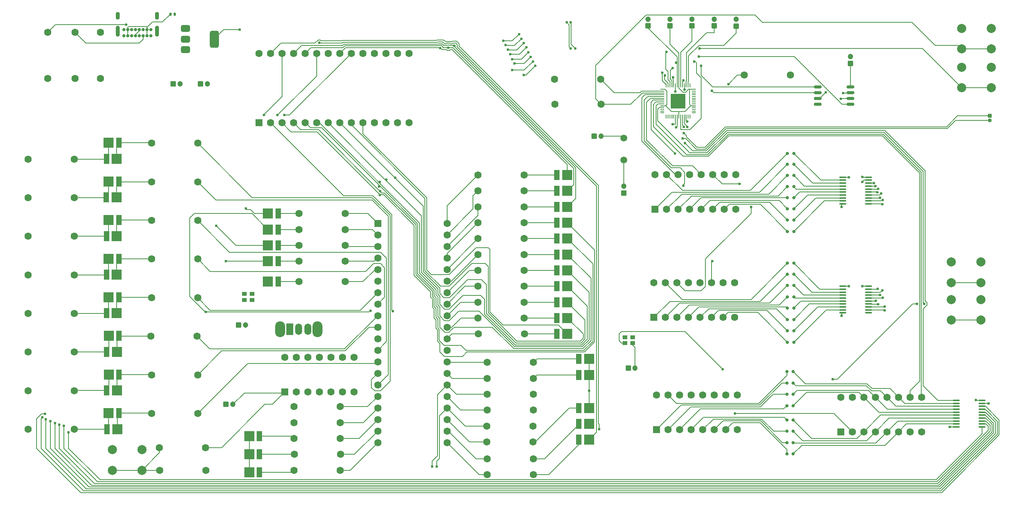
<source format=gbr>
%TF.GenerationSoftware,KiCad,Pcbnew,9.0.6*%
%TF.CreationDate,2025-12-23T15:44:04+01:00*%
%TF.ProjectId,Z80DevBoard,5a383044-6576-4426-9f61-72642e6b6963,rev?*%
%TF.SameCoordinates,Original*%
%TF.FileFunction,Copper,L1,Top*%
%TF.FilePolarity,Positive*%
%FSLAX46Y46*%
G04 Gerber Fmt 4.6, Leading zero omitted, Abs format (unit mm)*
G04 Created by KiCad (PCBNEW 9.0.6) date 2025-12-23 15:44:04*
%MOMM*%
%LPD*%
G01*
G04 APERTURE LIST*
G04 Aperture macros list*
%AMRoundRect*
0 Rectangle with rounded corners*
0 $1 Rounding radius*
0 $2 $3 $4 $5 $6 $7 $8 $9 X,Y pos of 4 corners*
0 Add a 4 corners polygon primitive as box body*
4,1,4,$2,$3,$4,$5,$6,$7,$8,$9,$2,$3,0*
0 Add four circle primitives for the rounded corners*
1,1,$1+$1,$2,$3*
1,1,$1+$1,$4,$5*
1,1,$1+$1,$6,$7*
1,1,$1+$1,$8,$9*
0 Add four rect primitives between the rounded corners*
20,1,$1+$1,$2,$3,$4,$5,0*
20,1,$1+$1,$4,$5,$6,$7,0*
20,1,$1+$1,$6,$7,$8,$9,0*
20,1,$1+$1,$8,$9,$2,$3,0*%
G04 Aperture macros list end*
%TA.AperFunction,ComponentPad*%
%ADD10R,0.850000X0.850000*%
%TD*%
%TA.AperFunction,ComponentPad*%
%ADD11C,0.850000*%
%TD*%
%TA.AperFunction,ComponentPad*%
%ADD12RoundRect,0.250000X-0.350000X-0.350000X0.350000X-0.350000X0.350000X0.350000X-0.350000X0.350000X0*%
%TD*%
%TA.AperFunction,ComponentPad*%
%ADD13C,1.200000*%
%TD*%
%TA.AperFunction,ComponentPad*%
%ADD14C,1.600000*%
%TD*%
%TA.AperFunction,SMDPad,CuDef*%
%ADD15RoundRect,0.100000X-0.637500X-0.100000X0.637500X-0.100000X0.637500X0.100000X-0.637500X0.100000X0*%
%TD*%
%TA.AperFunction,ComponentPad*%
%ADD16RoundRect,0.250000X0.550000X-0.550000X0.550000X0.550000X-0.550000X0.550000X-0.550000X-0.550000X0*%
%TD*%
%TA.AperFunction,SMDPad,CuDef*%
%ADD17R,2.200000X2.200000*%
%TD*%
%TA.AperFunction,SMDPad,CuDef*%
%ADD18R,1.250000X2.200000*%
%TD*%
%TA.AperFunction,ComponentPad*%
%ADD19RoundRect,0.250000X0.350000X-0.350000X0.350000X0.350000X-0.350000X0.350000X-0.350000X-0.350000X0*%
%TD*%
%TA.AperFunction,SMDPad,CuDef*%
%ADD20RoundRect,0.150000X-0.150000X-0.200000X0.150000X-0.200000X0.150000X0.200000X-0.150000X0.200000X0*%
%TD*%
%TA.AperFunction,SMDPad,CuDef*%
%ADD21RoundRect,0.375000X-0.625000X-0.375000X0.625000X-0.375000X0.625000X0.375000X-0.625000X0.375000X0*%
%TD*%
%TA.AperFunction,SMDPad,CuDef*%
%ADD22RoundRect,0.500000X-0.500000X-1.400000X0.500000X-1.400000X0.500000X1.400000X-0.500000X1.400000X0*%
%TD*%
%TA.AperFunction,SMDPad,CuDef*%
%ADD23RoundRect,0.147500X0.147500X0.172500X-0.147500X0.172500X-0.147500X-0.172500X0.147500X-0.172500X0*%
%TD*%
%TA.AperFunction,ComponentPad*%
%ADD24C,2.000000*%
%TD*%
%TA.AperFunction,ComponentPad*%
%ADD25C,0.700000*%
%TD*%
%TA.AperFunction,ComponentPad*%
%ADD26O,0.900000X2.400000*%
%TD*%
%TA.AperFunction,ComponentPad*%
%ADD27O,0.900000X1.700000*%
%TD*%
%TA.AperFunction,SMDPad,CuDef*%
%ADD28RoundRect,0.225000X-0.325000X-0.225000X0.325000X-0.225000X0.325000X0.225000X-0.325000X0.225000X0*%
%TD*%
%TA.AperFunction,SMDPad,CuDef*%
%ADD29RoundRect,0.050000X-0.387500X-0.050000X0.387500X-0.050000X0.387500X0.050000X-0.387500X0.050000X0*%
%TD*%
%TA.AperFunction,SMDPad,CuDef*%
%ADD30RoundRect,0.050000X-0.050000X-0.387500X0.050000X-0.387500X0.050000X0.387500X-0.050000X0.387500X0*%
%TD*%
%TA.AperFunction,HeatsinkPad*%
%ADD31R,3.200000X3.200000*%
%TD*%
%TA.AperFunction,ComponentPad*%
%ADD32C,1.500000*%
%TD*%
%TA.AperFunction,ComponentPad*%
%ADD33RoundRect,0.250000X-0.550000X-0.550000X0.550000X-0.550000X0.550000X0.550000X-0.550000X0.550000X0*%
%TD*%
%TA.AperFunction,SMDPad,CuDef*%
%ADD34RoundRect,0.162500X-0.650000X-0.162500X0.650000X-0.162500X0.650000X0.162500X-0.650000X0.162500X0*%
%TD*%
%TA.AperFunction,ComponentPad*%
%ADD35O,2.200000X3.500000*%
%TD*%
%TA.AperFunction,ComponentPad*%
%ADD36R,1.500000X2.500000*%
%TD*%
%TA.AperFunction,ComponentPad*%
%ADD37O,1.500000X2.500000*%
%TD*%
%TA.AperFunction,ViaPad*%
%ADD38C,0.600000*%
%TD*%
%TA.AperFunction,Conductor*%
%ADD39C,0.200000*%
%TD*%
G04 APERTURE END LIST*
D10*
%TO.P,J1,1,Pin_1*%
%TO.N,RP2040-SWCLK-PIN*%
X254000000Y-62000000D03*
D11*
%TO.P,J1,2,Pin_2*%
%TO.N,RP2040-SWD-PIN*%
X254000000Y-63000000D03*
%TD*%
D12*
%TO.P,C8,1*%
%TO.N,GND*%
X167000000Y-66500000D03*
D13*
%TO.P,C8,2*%
%TO.N,RP2040_XIN*%
X168500000Y-66500000D03*
%TD*%
D14*
%TO.P,R8,1*%
%TO.N,Z80-MREQ*%
X111160000Y-136500000D03*
%TO.P,R8,2*%
%TO.N,Net-(D51-A)*%
X101000000Y-136500000D03*
%TD*%
D15*
%TO.P,DataBus2,1,DIR*%
%TO.N,RP2040-RWRAM-GPIO5-DIR*%
X246637500Y-124614000D03*
%TO.P,DataBus2,2,A1*%
%TO.N,Net-(D56-K)*%
X246637500Y-125264000D03*
%TO.P,DataBus2,3,A2*%
%TO.N,Net-(D61-K)*%
X246637500Y-125914000D03*
%TO.P,DataBus2,4,A3*%
%TO.N,Net-(D58-K)*%
X246637500Y-126564000D03*
%TO.P,DataBus2,5,A4*%
%TO.N,Net-(D62-K)*%
X246637500Y-127214000D03*
%TO.P,DataBus2,6,A5*%
%TO.N,Net-(D59-K)*%
X246637500Y-127864000D03*
%TO.P,DataBus2,7,A6*%
%TO.N,Net-(D63-K)*%
X246637500Y-128514000D03*
%TO.P,DataBus2,8,A7*%
%TO.N,Net-(D60-K)*%
X246637500Y-129164000D03*
%TO.P,DataBus2,9,A8*%
%TO.N,Net-(D64-K)*%
X246637500Y-129814000D03*
%TO.P,DataBus2,10,GND*%
%TO.N,GND*%
X246637500Y-130464000D03*
%TO.P,DataBus2,11,B8*%
%TO.N,RAM-Q7*%
X252362500Y-130464000D03*
%TO.P,DataBus2,12,B7*%
%TO.N,RAM-Q6*%
X252362500Y-129814000D03*
%TO.P,DataBus2,13,B6*%
%TO.N,RAM-Q5*%
X252362500Y-129164000D03*
%TO.P,DataBus2,14,B5*%
%TO.N,RAM-Q4*%
X252362500Y-128514000D03*
%TO.P,DataBus2,15,B4*%
%TO.N,RAM-Q3*%
X252362500Y-127864000D03*
%TO.P,DataBus2,16,B3*%
%TO.N,RAM-Q2*%
X252362500Y-127214000D03*
%TO.P,DataBus2,17,B2*%
%TO.N,RAM-Q1*%
X252362500Y-126564000D03*
%TO.P,DataBus2,18,B1*%
%TO.N,RAM-Q0*%
X252362500Y-125914000D03*
%TO.P,DataBus2,19,~{OE}*%
%TO.N,GND*%
X252362500Y-125264000D03*
%TO.P,DataBus2,20,VCC*%
%TO.N,Vcc*%
X252362500Y-124614000D03*
%TD*%
D14*
%TO.P,R11,1*%
%TO.N,Z80-BUSACK*%
X143349500Y-133783000D03*
%TO.P,R11,2*%
%TO.N,Net-(D1-A)*%
X153509500Y-133783000D03*
%TD*%
%TO.P,R12,1*%
%TO.N,GND*%
X52741500Y-53746000D03*
%TO.P,R12,2*%
%TO.N,USB-C-CC1*%
X52741500Y-43586000D03*
%TD*%
%TO.P,R27,1*%
%TO.N,Z80-D5*%
X79592500Y-110500000D03*
%TO.P,R27,2*%
%TO.N,Net-(D33-K)*%
X69432500Y-110500000D03*
%TD*%
%TO.P,R15,1*%
%TO.N,Vcc-RP2040-RUN*%
X200000000Y-53000000D03*
%TO.P,R15,2*%
%TO.N,Vdd_3v3*%
X210160000Y-53000000D03*
%TD*%
D16*
%TO.P,ShiftRegisterIn2,1,~{PL}*%
%TO.N,RP2040-RWRAM-GPIO8-PL*%
X221240500Y-131539000D03*
D14*
%TO.P,ShiftRegisterIn2,2,CP*%
%TO.N,CLOCK_BUS*%
X223780500Y-131539000D03*
%TO.P,ShiftRegisterIn2,3,D4*%
%TO.N,Net-(D59-K)*%
X226320500Y-131539000D03*
%TO.P,ShiftRegisterIn2,4,D5*%
%TO.N,Net-(D63-K)*%
X228860500Y-131539000D03*
%TO.P,ShiftRegisterIn2,5,D6*%
%TO.N,Net-(D60-K)*%
X231400500Y-131539000D03*
%TO.P,ShiftRegisterIn2,6,D7*%
%TO.N,Net-(D64-K)*%
X233940500Y-131539000D03*
%TO.P,ShiftRegisterIn2,7,~{Q7}*%
%TO.N,unconnected-(ShiftRegisterIn2-~{Q7}-Pad7)*%
X236480500Y-131539000D03*
%TO.P,ShiftRegisterIn2,8,GND*%
%TO.N,GND*%
X239020500Y-131539000D03*
%TO.P,ShiftRegisterIn2,9,Q7*%
%TO.N,RP2040-RWRAM-GPIO7-Q7*%
X239020500Y-123919000D03*
%TO.P,ShiftRegisterIn2,10,DS*%
%TO.N,RP2040-RWRAM-GPIO6-DS*%
X236480500Y-123919000D03*
%TO.P,ShiftRegisterIn2,11,D0*%
%TO.N,Net-(D56-K)*%
X233940500Y-123919000D03*
%TO.P,ShiftRegisterIn2,12,D1*%
%TO.N,Net-(D61-K)*%
X231400500Y-123919000D03*
%TO.P,ShiftRegisterIn2,13,D2*%
%TO.N,Net-(D58-K)*%
X228860500Y-123919000D03*
%TO.P,ShiftRegisterIn2,14,D3*%
%TO.N,Net-(D62-K)*%
X226320500Y-123919000D03*
%TO.P,ShiftRegisterIn2,15,~{CE}*%
%TO.N,GND*%
X223780500Y-123919000D03*
%TO.P,ShiftRegisterIn2,16,VCC*%
%TO.N,Vdd_3v3*%
X221240500Y-123919000D03*
%TD*%
D17*
%TO.P,D22,1,K*%
%TO.N,RAM-A1*%
X161092500Y-106500000D03*
D18*
%TO.P,D22,2,A*%
%TO.N,Net-(D22-A)*%
X158817500Y-106500000D03*
%TD*%
D19*
%TO.P,C6,1*%
%TO.N,RP2040-VREG_VOUT*%
X193383950Y-42184000D03*
D13*
%TO.P,C6,2*%
%TO.N,Vdd_3v3*%
X193383950Y-40684000D03*
%TD*%
D12*
%TO.P,C9,1*%
%TO.N,GND*%
X88777401Y-108000000D03*
D13*
%TO.P,C9,2*%
%TO.N,Vdd_3v3*%
X90277401Y-108000000D03*
%TD*%
D14*
%TO.P,R40,1*%
%TO.N,Net-(D8-A)*%
X151672500Y-110000000D03*
%TO.P,R40,2*%
%TO.N,Z80-A0*%
X141512500Y-110000000D03*
%TD*%
D20*
%TO.P,D60,1,K*%
%TO.N,Net-(D60-K)*%
X210791500Y-133928000D03*
%TO.P,D60,2,A*%
%TO.N,Net-(D60-A)*%
X209391500Y-133928000D03*
%TD*%
%TO.P,D62,1,K*%
%TO.N,Net-(D62-K)*%
X210791500Y-125783000D03*
%TO.P,D62,2,A*%
%TO.N,Net-(D62-A)*%
X209391500Y-125783000D03*
%TD*%
D17*
%TO.P,D18,1,K*%
%TO.N,RAM-A13*%
X95192500Y-90500000D03*
D18*
%TO.P,D18,2,A*%
%TO.N,Net-(D18-A)*%
X97467500Y-90500000D03*
%TD*%
D17*
%TO.P,D52,1,K*%
%TO.N,GND*%
X165909500Y-119000000D03*
D18*
%TO.P,D52,2,A*%
%TO.N,Net-(D52-A)*%
X163634500Y-119000000D03*
%TD*%
D17*
%TO.P,D45,1,K*%
%TO.N,GND*%
X91100000Y-132500000D03*
D18*
%TO.P,D45,2,A*%
%TO.N,Net-(D45-A)*%
X93375000Y-132500000D03*
%TD*%
D17*
%TO.P,D2,1,K*%
%TO.N,RAM-A6*%
X161092500Y-89000000D03*
D18*
%TO.P,D2,2,A*%
%TO.N,Net-(D2-A)*%
X158817500Y-89000000D03*
%TD*%
D12*
%TO.P,C12,1*%
%TO.N,GND*%
X174500000Y-117500000D03*
D13*
%TO.P,C12,2*%
%TO.N,Vdd_3v3*%
X176000000Y-117500000D03*
%TD*%
D21*
%TO.P,LDO1,1,GND*%
%TO.N,GND*%
X77091500Y-42786000D03*
%TO.P,LDO1,2,VO*%
%TO.N,Vdd_3v3*%
X77091500Y-45086000D03*
D22*
X83391500Y-45086000D03*
D21*
%TO.P,LDO1,3,VI*%
%TO.N,Vcc*%
X77091500Y-47386000D03*
%TD*%
D20*
%TO.P,D5,1,K*%
%TO.N,Net-(D5-K)*%
X210922900Y-72678000D03*
%TO.P,D5,2,A*%
%TO.N,Net-(D5-A)*%
X209522900Y-72678000D03*
%TD*%
%TO.P,D23,1,K*%
%TO.N,Net-(D23-K)*%
X210922900Y-104328000D03*
%TO.P,D23,2,A*%
%TO.N,Net-(D23-A)*%
X209522900Y-104328000D03*
%TD*%
D14*
%TO.P,R44,1*%
%TO.N,Net-(D26-A)*%
X151592500Y-103000000D03*
%TO.P,R44,2*%
%TO.N,Z80-A2*%
X141432500Y-103000000D03*
%TD*%
%TO.P,R46,1*%
%TO.N,Net-(D16-A)*%
X102092500Y-87000000D03*
%TO.P,R46,2*%
%TO.N,Z80-A12*%
X112252500Y-87000000D03*
%TD*%
D20*
%TO.P,D59,1,K*%
%TO.N,Net-(D59-K)*%
X210791500Y-128928000D03*
%TO.P,D59,2,A*%
%TO.N,Net-(D59-A)*%
X209391500Y-128928000D03*
%TD*%
D23*
%TO.P,F1,1*%
%TO.N,Vcc*%
X74726500Y-39586000D03*
%TO.P,F1,2*%
%TO.N,USB-C-VBUS*%
X73756500Y-39586000D03*
%TD*%
D17*
%TO.P,D12,1,K*%
%TO.N,RAM-A10*%
X161092500Y-75000000D03*
D18*
%TO.P,D12,2,A*%
%TO.N,Net-(D12-A)*%
X158817500Y-75000000D03*
%TD*%
D14*
%TO.P,R6,1*%
%TO.N,Z80-RESET*%
X143429500Y-123283000D03*
%TO.P,R6,2*%
%TO.N,Vcc*%
X153589500Y-123283000D03*
%TD*%
%TO.P,R25,1*%
%TO.N,Z80-D0*%
X79752500Y-68000000D03*
%TO.P,R25,2*%
%TO.N,Net-(D31-K)*%
X69592500Y-68000000D03*
%TD*%
D20*
%TO.P,D29,1,K*%
%TO.N,Net-(D29-K)*%
X210922900Y-101828000D03*
%TO.P,D29,2,A*%
%TO.N,Net-(D29-A)*%
X209522900Y-101828000D03*
%TD*%
D17*
%TO.P,D55,1,K*%
%TO.N,RAM-WE*%
X165909500Y-129783000D03*
D18*
%TO.P,D55,2,A*%
%TO.N,Net-(D55-A)*%
X163634500Y-129783000D03*
%TD*%
D14*
%TO.P,R17,1*%
%TO.N,RP2040-Z80BOOTMODE*%
X168551500Y-59436000D03*
%TO.P,R17,2*%
%TO.N,Vdd_3v3*%
X158391500Y-59436000D03*
%TD*%
%TO.P,R26,1*%
%TO.N,Z80-D1*%
X79752500Y-76500000D03*
%TO.P,R26,2*%
%TO.N,Net-(D35-K)*%
X69592500Y-76500000D03*
%TD*%
%TO.P,R21,1*%
%TO.N,Z80-WR*%
X143432500Y-137500000D03*
%TO.P,R21,2*%
%TO.N,Net-(D55-A)*%
X153592500Y-137500000D03*
%TD*%
D17*
%TO.P,D36,1,K*%
%TO.N,Net-(D35-A)*%
X60162000Y-76435500D03*
D18*
%TO.P,D36,2,A*%
%TO.N,Net-(D35-K)*%
X62437000Y-76435500D03*
%TD*%
D17*
%TO.P,D1,1,K*%
%TO.N,GND*%
X165909500Y-126283000D03*
D18*
%TO.P,D1,2,A*%
%TO.N,Net-(D1-A)*%
X163634500Y-126283000D03*
%TD*%
D17*
%TO.P,D30,1,K*%
%TO.N,RAM-A4*%
X161092500Y-96000000D03*
D18*
%TO.P,D30,2,A*%
%TO.N,Net-(D30-A)*%
X158817500Y-96000000D03*
%TD*%
D15*
%TO.P,DataBus3,1,DIR*%
%TO.N,Vcc*%
X221660400Y-75503000D03*
%TO.P,DataBus3,2,A1*%
%TO.N,Net-(D3-K)*%
X221660400Y-76153000D03*
%TO.P,DataBus3,3,A2*%
%TO.N,Net-(D5-K)*%
X221660400Y-76803000D03*
%TO.P,DataBus3,4,A3*%
%TO.N,Net-(D7-K)*%
X221660400Y-77453000D03*
%TO.P,DataBus3,5,A4*%
%TO.N,Net-(D9-K)*%
X221660400Y-78103000D03*
%TO.P,DataBus3,6,A5*%
%TO.N,Net-(D11-K)*%
X221660400Y-78753000D03*
%TO.P,DataBus3,7,A6*%
%TO.N,Net-(D13-K)*%
X221660400Y-79403000D03*
%TO.P,DataBus3,8,A7*%
%TO.N,Net-(D15-K)*%
X221660400Y-80053000D03*
%TO.P,DataBus3,9,A8*%
%TO.N,Net-(D17-K)*%
X221660400Y-80703000D03*
%TO.P,DataBus3,10,GND*%
%TO.N,GND*%
X221660400Y-81353000D03*
%TO.P,DataBus3,11,B8*%
%TO.N,RAM-A7*%
X227385400Y-81353000D03*
%TO.P,DataBus3,12,B7*%
%TO.N,RAM-A6*%
X227385400Y-80703000D03*
%TO.P,DataBus3,13,B6*%
%TO.N,RAM-A5*%
X227385400Y-80053000D03*
%TO.P,DataBus3,14,B5*%
%TO.N,RAM-A4*%
X227385400Y-79403000D03*
%TO.P,DataBus3,15,B4*%
%TO.N,RAM-A3*%
X227385400Y-78753000D03*
%TO.P,DataBus3,16,B3*%
%TO.N,RAM-A2*%
X227385400Y-78103000D03*
%TO.P,DataBus3,17,B2*%
%TO.N,RAM-A1*%
X227385400Y-77453000D03*
%TO.P,DataBus3,18,B1*%
%TO.N,RAM-A0*%
X227385400Y-76803000D03*
%TO.P,DataBus3,19,~{OE}*%
%TO.N,GND*%
X227385400Y-76153000D03*
%TO.P,DataBus3,20,VCC*%
%TO.N,Vcc*%
X227385400Y-75503000D03*
%TD*%
D20*
%TO.P,D15,1,K*%
%TO.N,Net-(D15-K)*%
X210922900Y-84928000D03*
%TO.P,D15,2,A*%
%TO.N,Net-(D15-A)*%
X209522900Y-84928000D03*
%TD*%
D17*
%TO.P,D51,1,K*%
%TO.N,GND*%
X91100000Y-136500000D03*
D18*
%TO.P,D51,2,A*%
%TO.N,Net-(D51-A)*%
X93375000Y-136500000D03*
%TD*%
D14*
%TO.P,R9,1*%
%TO.N,Z80-M1*%
X143429500Y-119783000D03*
%TO.P,R9,2*%
%TO.N,Net-(D52-A)*%
X153589500Y-119783000D03*
%TD*%
D12*
%TO.P,C1,1*%
%TO.N,GND*%
X74391500Y-54936000D03*
D13*
%TO.P,C1,2*%
%TO.N,Vcc*%
X75891500Y-54936000D03*
%TD*%
D14*
%TO.P,R35,1*%
%TO.N,Net-(D43-A)*%
X52592500Y-97000000D03*
%TO.P,R35,2*%
%TO.N,RAM-Q3*%
X42432500Y-97000000D03*
%TD*%
%TO.P,R43,1*%
%TO.N,Net-(D14-A)*%
X102092500Y-83500000D03*
%TO.P,R43,2*%
%TO.N,Z80-A11*%
X112252500Y-83500000D03*
%TD*%
D15*
%TO.P,DataBus1,1,DIR*%
%TO.N,Vcc*%
X221660400Y-99503000D03*
%TO.P,DataBus1,2,A1*%
%TO.N,Net-(D19-K)*%
X221660400Y-100153000D03*
%TO.P,DataBus1,3,A2*%
%TO.N,Net-(D27-K)*%
X221660400Y-100803000D03*
%TO.P,DataBus1,4,A3*%
%TO.N,Net-(D21-K)*%
X221660400Y-101453000D03*
%TO.P,DataBus1,5,A4*%
%TO.N,Net-(D29-K)*%
X221660400Y-102103000D03*
%TO.P,DataBus1,6,A5*%
%TO.N,Net-(D23-K)*%
X221660400Y-102753000D03*
%TO.P,DataBus1,7,A6*%
%TO.N,Net-(D46-K)*%
X221660400Y-103403000D03*
%TO.P,DataBus1,8,A7*%
%TO.N,Net-(D25-K)*%
X221660400Y-104053000D03*
%TO.P,DataBus1,9,A8*%
%TO.N,Net-(D54-K)*%
X221660400Y-104703000D03*
%TO.P,DataBus1,10,GND*%
%TO.N,GND*%
X221660400Y-105353000D03*
%TO.P,DataBus1,11,B8*%
%TO.N,unconnected-(DataBus1-B8-Pad11)*%
X227385400Y-105353000D03*
%TO.P,DataBus1,12,B7*%
%TO.N,RAM-A14*%
X227385400Y-104703000D03*
%TO.P,DataBus1,13,B6*%
%TO.N,RAM-A13*%
X227385400Y-104053000D03*
%TO.P,DataBus1,14,B5*%
%TO.N,RAM-A12*%
X227385400Y-103403000D03*
%TO.P,DataBus1,15,B4*%
%TO.N,RAM-A11*%
X227385400Y-102753000D03*
%TO.P,DataBus1,16,B3*%
%TO.N,RAM-A10*%
X227385400Y-102103000D03*
%TO.P,DataBus1,17,B2*%
%TO.N,RAM-A9*%
X227385400Y-101453000D03*
%TO.P,DataBus1,18,B1*%
%TO.N,RAM-A8*%
X227385400Y-100803000D03*
%TO.P,DataBus1,19,~{OE}*%
%TO.N,GND*%
X227385400Y-100153000D03*
%TO.P,DataBus1,20,VCC*%
%TO.N,Vcc*%
X227385400Y-99503000D03*
%TD*%
D24*
%TO.P,SW1,1,1*%
%TO.N,GND*%
X245583950Y-102434000D03*
X252083950Y-102434000D03*
%TO.P,SW1,2,2*%
%TO.N,Z80-WAIT*%
X245583950Y-106934000D03*
X252083950Y-106934000D03*
%TD*%
D14*
%TO.P,R36,1*%
%TO.N,Z80-D3*%
X79752500Y-93500000D03*
%TO.P,R36,2*%
%TO.N,Net-(D43-K)*%
X69592500Y-93500000D03*
%TD*%
D20*
%TO.P,D61,1,K*%
%TO.N,Net-(D61-K)*%
X210791500Y-120783000D03*
%TO.P,D61,2,A*%
%TO.N,Net-(D61-A)*%
X209391500Y-120783000D03*
%TD*%
D17*
%TO.P,D33,1,K*%
%TO.N,Net-(D33-K)*%
X61987000Y-113935500D03*
D18*
%TO.P,D33,2,A*%
%TO.N,Net-(D33-A)*%
X59712000Y-113935500D03*
%TD*%
D14*
%TO.P,R10,1*%
%TO.N,Z80-RFSH*%
X143429500Y-116283000D03*
%TO.P,R10,2*%
%TO.N,Net-(D53-A)*%
X153589500Y-116283000D03*
%TD*%
D19*
%TO.P,C5,1*%
%TO.N,RP2040-USB_VDD*%
X188533950Y-42184000D03*
D13*
%TO.P,C5,2*%
%TO.N,Vdd_3v3*%
X188533950Y-40684000D03*
%TD*%
D20*
%TO.P,D3,1,K*%
%TO.N,Net-(D3-K)*%
X210922900Y-70228000D03*
%TO.P,D3,2,A*%
%TO.N,Net-(D3-A)*%
X209522900Y-70228000D03*
%TD*%
D16*
%TO.P,ShiftRegisterOut3,1,QB*%
%TO.N,Net-(D5-A)*%
X180411900Y-82539000D03*
D14*
%TO.P,ShiftRegisterOut3,2,QC*%
%TO.N,Net-(D7-A)*%
X182951900Y-82539000D03*
%TO.P,ShiftRegisterOut3,3,QD*%
%TO.N,Net-(D9-A)*%
X185491900Y-82539000D03*
%TO.P,ShiftRegisterOut3,4,QE*%
%TO.N,Net-(D11-A)*%
X188031900Y-82539000D03*
%TO.P,ShiftRegisterOut3,5,QF*%
%TO.N,Net-(D13-A)*%
X190571900Y-82539000D03*
%TO.P,ShiftRegisterOut3,6,QG*%
%TO.N,Net-(D15-A)*%
X193111900Y-82539000D03*
%TO.P,ShiftRegisterOut3,7,QH*%
%TO.N,Net-(D17-A)*%
X195651900Y-82539000D03*
%TO.P,ShiftRegisterOut3,8,GND*%
%TO.N,GND*%
X198191900Y-82539000D03*
%TO.P,ShiftRegisterOut3,9,QH'*%
%TO.N,Net-(ShiftRegisterOut1-SER)*%
X198191900Y-74919000D03*
%TO.P,ShiftRegisterOut3,10,~{SRCLR}*%
%TO.N,Vdd_3v3*%
X195651900Y-74919000D03*
%TO.P,ShiftRegisterOut3,11,SRCLK*%
%TO.N,CLOCK_BUS*%
X193111900Y-74919000D03*
%TO.P,ShiftRegisterOut3,12,RCLK*%
%TO.N,RP2040-SH-GPIO4-RCLK*%
X190571900Y-74919000D03*
%TO.P,ShiftRegisterOut3,13,~{OE}*%
%TO.N,GND*%
X188031900Y-74919000D03*
%TO.P,ShiftRegisterOut3,14,SER*%
%TO.N,RP2040-SH-GPIO2-SER*%
X185491900Y-74919000D03*
%TO.P,ShiftRegisterOut3,15,QA*%
%TO.N,Net-(D3-A)*%
X182951900Y-74919000D03*
%TO.P,ShiftRegisterOut3,16,VCC*%
%TO.N,Vdd_3v3*%
X180411900Y-74919000D03*
%TD*%
D20*
%TO.P,D56,1,K*%
%TO.N,Net-(D56-K)*%
X210791500Y-118283000D03*
%TO.P,D56,2,A*%
%TO.N,Net-(D56-A)*%
X209391500Y-118283000D03*
%TD*%
D14*
%TO.P,R2,1*%
%TO.N,Vcc*%
X100920000Y-126000000D03*
%TO.P,R2,2*%
%TO.N,Z80-INT*%
X111080000Y-126000000D03*
%TD*%
%TO.P,R53,1*%
%TO.N,Net-(R16-Pad1)*%
X71340000Y-135000000D03*
%TO.P,R53,2*%
%TO.N,Net-(C13-Pad2)*%
X81500000Y-135000000D03*
%TD*%
D12*
%TO.P,C2,1*%
%TO.N,GND*%
X80391500Y-54936000D03*
D13*
%TO.P,C2,2*%
%TO.N,Vdd_3v3*%
X81891500Y-54936000D03*
%TD*%
D14*
%TO.P,R4,1*%
%TO.N,Z80-HALT*%
X111080000Y-133000000D03*
%TO.P,R4,2*%
%TO.N,Net-(D45-A)*%
X100920000Y-133000000D03*
%TD*%
D17*
%TO.P,D38,1,K*%
%TO.N,Net-(D37-A)*%
X60187000Y-118935500D03*
D18*
%TO.P,D38,2,A*%
%TO.N,Net-(D37-K)*%
X62462000Y-118935500D03*
%TD*%
D24*
%TO.P,SW2,1,1*%
%TO.N,GND*%
X245583950Y-94184000D03*
X252083950Y-94184000D03*
%TO.P,SW2,2,2*%
%TO.N,Z80-RESET*%
X245583950Y-98684000D03*
X252083950Y-98684000D03*
%TD*%
D17*
%TO.P,D41,1,K*%
%TO.N,Net-(D41-K)*%
X62062000Y-130935500D03*
D18*
%TO.P,D41,2,A*%
%TO.N,Net-(D41-A)*%
X59787000Y-130935500D03*
%TD*%
D14*
%TO.P,R41,1*%
%TO.N,Net-(D22-A)*%
X151592500Y-106500000D03*
%TO.P,R41,2*%
%TO.N,Z80-A1*%
X141432500Y-106500000D03*
%TD*%
%TO.P,R37,1*%
%TO.N,Z80-D7*%
X79752500Y-127500000D03*
%TO.P,R37,2*%
%TO.N,Net-(D41-K)*%
X69592500Y-127500000D03*
%TD*%
D17*
%TO.P,D50,1,K*%
%TO.N,GND*%
X91100000Y-140500000D03*
D18*
%TO.P,D50,2,A*%
%TO.N,Net-(D50-A)*%
X93375000Y-140500000D03*
%TD*%
D14*
%TO.P,R16,1*%
%TO.N,Net-(R16-Pad1)*%
X71420000Y-140000000D03*
%TO.P,R16,2*%
%TO.N,Vdd_3v3*%
X81580000Y-140000000D03*
%TD*%
%TO.P,R31,1*%
%TO.N,Net-(D37-A)*%
X52592500Y-122500000D03*
%TO.P,R31,2*%
%TO.N,RAM-Q6*%
X42432500Y-122500000D03*
%TD*%
D17*
%TO.P,D40,1,K*%
%TO.N,Net-(D39-A)*%
X60162000Y-84935500D03*
D18*
%TO.P,D40,2,A*%
%TO.N,Net-(D39-K)*%
X62437000Y-84935500D03*
%TD*%
D17*
%TO.P,D43,1,K*%
%TO.N,Net-(D43-K)*%
X61962000Y-96935500D03*
D18*
%TO.P,D43,2,A*%
%TO.N,Net-(D43-A)*%
X59687000Y-96935500D03*
%TD*%
D17*
%TO.P,D39,1,K*%
%TO.N,Net-(D39-K)*%
X61962000Y-88435500D03*
D18*
%TO.P,D39,2,A*%
%TO.N,Net-(D39-A)*%
X59687000Y-88435500D03*
%TD*%
D17*
%TO.P,D4,1,K*%
%TO.N,RAM-A7*%
X161092500Y-85500000D03*
D18*
%TO.P,D4,2,A*%
%TO.N,Net-(D4-A)*%
X158817500Y-85500000D03*
%TD*%
D20*
%TO.P,D25,1,K*%
%TO.N,Net-(D25-K)*%
X210922900Y-109328000D03*
%TO.P,D25,2,A*%
%TO.N,Net-(D25-A)*%
X209522900Y-109328000D03*
%TD*%
D14*
%TO.P,R30,1*%
%TO.N,Net-(D39-A)*%
X52592500Y-88500000D03*
%TO.P,R30,2*%
%TO.N,RAM-Q2*%
X42432500Y-88500000D03*
%TD*%
D19*
%TO.P,C4,1*%
%TO.N,RP2040-IOVDD*%
X183683950Y-42184000D03*
D13*
%TO.P,C4,2*%
%TO.N,Vdd_3v3*%
X183683950Y-40684000D03*
%TD*%
D14*
%TO.P,R28,1*%
%TO.N,Net-(D33-A)*%
X52592500Y-114000000D03*
%TO.P,R28,2*%
%TO.N,RAM-Q5*%
X42432500Y-114000000D03*
%TD*%
D19*
%TO.P,C11,1*%
%TO.N,GND*%
X173500000Y-79000000D03*
D13*
%TO.P,C11,2*%
%TO.N,RP2040_XOUT*%
X173500000Y-77500000D03*
%TD*%
D14*
%TO.P,R24,1*%
%TO.N,Z80-D4*%
X79752500Y-102000000D03*
%TO.P,R24,2*%
%TO.N,Net-(D47-K)*%
X69592500Y-102000000D03*
%TD*%
%TO.P,R48,1*%
%TO.N,Net-(D6-A)*%
X151592500Y-82000000D03*
%TO.P,R48,2*%
%TO.N,Z80-A8*%
X141432500Y-82000000D03*
%TD*%
D25*
%TO.P,USB_C1,A1,GND*%
%TO.N,GND*%
X69475000Y-44360000D03*
%TO.P,USB_C1,A4,VBUS*%
%TO.N,USB-C-VBUS*%
X68625000Y-44360000D03*
%TO.P,USB_C1,A5,CC1*%
%TO.N,USB-C-CC1*%
X67775000Y-44360000D03*
%TO.P,USB_C1,A6,D+*%
%TO.N,USB-RP2040-DP*%
X66925000Y-44360000D03*
%TO.P,USB_C1,A7,D-*%
%TO.N,USB-RP2040-DM*%
X66075000Y-44360000D03*
%TO.P,USB_C1,A8*%
%TO.N,N/C*%
X65225000Y-44360000D03*
%TO.P,USB_C1,A9,VBUS*%
%TO.N,USB-C-VBUS*%
X64375000Y-44360000D03*
%TO.P,USB_C1,A12,GND*%
%TO.N,GND*%
X63525000Y-44360000D03*
%TO.P,USB_C1,B1,GND*%
X63525000Y-43010000D03*
%TO.P,USB_C1,B4,VBUS*%
%TO.N,USB-C-VBUS*%
X64375000Y-43010000D03*
%TO.P,USB_C1,B5,CC2*%
%TO.N,USB-C-CC2*%
X65225000Y-43010000D03*
%TO.P,USB_C1,B6,D+*%
%TO.N,USB-RP2040-DP*%
X66075000Y-43010000D03*
%TO.P,USB_C1,B7,D-*%
%TO.N,USB-RP2040-DM*%
X66925000Y-43010000D03*
%TO.P,USB_C1,B8*%
%TO.N,N/C*%
X67775000Y-43010000D03*
%TO.P,USB_C1,B9,VBUS*%
%TO.N,USB-C-VBUS*%
X68625000Y-43010000D03*
%TO.P,USB_C1,B12,GND*%
%TO.N,GND*%
X69475000Y-43010000D03*
D26*
%TO.P,USB_C1,S1,SHIELD*%
%TO.N,Net-(USB_C1-SHIELD)*%
X70825000Y-43380000D03*
D27*
X70825000Y-40000000D03*
D26*
X62175000Y-43380000D03*
D27*
X62175000Y-40000000D03*
%TD*%
D14*
%TO.P,R23,1*%
%TO.N,Net-(D47-A)*%
X52592500Y-105500000D03*
%TO.P,R23,2*%
%TO.N,RAM-Q4*%
X42432500Y-105500000D03*
%TD*%
%TO.P,R5,1*%
%TO.N,Z80-WAIT*%
X143349500Y-130283000D03*
%TO.P,R5,2*%
%TO.N,Vcc*%
X153509500Y-130283000D03*
%TD*%
D17*
%TO.P,D8,1,K*%
%TO.N,RAM-A0*%
X161092500Y-110000000D03*
D18*
%TO.P,D8,2,A*%
%TO.N,Net-(D8-A)*%
X158817500Y-110000000D03*
%TD*%
D20*
%TO.P,D19,1,K*%
%TO.N,Net-(D19-K)*%
X210922900Y-94428000D03*
%TO.P,D19,2,A*%
%TO.N,Net-(D19-A)*%
X209522900Y-94428000D03*
%TD*%
%TO.P,D21,1,K*%
%TO.N,Net-(D21-K)*%
X210922900Y-99328000D03*
%TO.P,D21,2,A*%
%TO.N,Net-(D21-A)*%
X209522900Y-99328000D03*
%TD*%
D17*
%TO.P,D49,1,K*%
%TO.N,RAM-OE*%
X165909500Y-133283000D03*
D18*
%TO.P,D49,2,A*%
%TO.N,Net-(D49-A)*%
X163634500Y-133283000D03*
%TD*%
D24*
%TO.P,SW3,1,1*%
%TO.N,GND*%
X247833950Y-42750000D03*
X254333950Y-42750000D03*
%TO.P,SW3,2,2*%
%TO.N,RP2040-Z80BOOTMODE*%
X247833950Y-47250000D03*
X254333950Y-47250000D03*
%TD*%
D14*
%TO.P,R42,1*%
%TO.N,Net-(D2-A)*%
X151592500Y-89000000D03*
%TO.P,R42,2*%
%TO.N,Z80-A6*%
X141432500Y-89000000D03*
%TD*%
D20*
%TO.P,D17,1,K*%
%TO.N,Net-(D17-K)*%
X210922900Y-87428000D03*
%TO.P,D17,2,A*%
%TO.N,Net-(D17-A)*%
X209522900Y-87428000D03*
%TD*%
D14*
%TO.P,R52,1*%
%TO.N,Net-(D20-A)*%
X102092500Y-94000000D03*
%TO.P,R52,2*%
%TO.N,Z80-A14*%
X112252500Y-94000000D03*
%TD*%
%TO.P,R38,1*%
%TO.N,Net-(D12-A)*%
X151592500Y-75000000D03*
%TO.P,R38,2*%
%TO.N,Z80-A10*%
X141432500Y-75000000D03*
%TD*%
D17*
%TO.P,D35,1,K*%
%TO.N,Net-(D35-K)*%
X61937000Y-79935500D03*
D18*
%TO.P,D35,2,A*%
%TO.N,Net-(D35-A)*%
X59662000Y-79935500D03*
%TD*%
D17*
%TO.P,D16,1,K*%
%TO.N,RAM-A12*%
X95192500Y-87000000D03*
D18*
%TO.P,D16,2,A*%
%TO.N,Net-(D16-A)*%
X97467500Y-87000000D03*
%TD*%
D14*
%TO.P,R7,1*%
%TO.N,Z80-IORQ*%
X111080000Y-140000000D03*
%TO.P,R7,2*%
%TO.N,Net-(D50-A)*%
X100920000Y-140000000D03*
%TD*%
D17*
%TO.P,D53,1,K*%
%TO.N,GND*%
X165909500Y-115500000D03*
D18*
%TO.P,D53,2,A*%
%TO.N,Net-(D53-A)*%
X163634500Y-115500000D03*
%TD*%
D28*
%TO.P,O2,1,-*%
%TO.N,Net-(O2--)*%
X90000000Y-102500000D03*
%TO.P,O2,2,+*%
%TO.N,Vdd_3v3*%
X91700000Y-102500000D03*
%TO.P,O2,3*%
%TO.N,N/C*%
X91700000Y-101200000D03*
%TO.P,O2,4*%
X90000000Y-101200000D03*
%TD*%
D14*
%TO.P,R13,1*%
%TO.N,USB-C-CC2*%
X46741500Y-43586000D03*
%TO.P,R13,2*%
%TO.N,GND*%
X46741500Y-53746000D03*
%TD*%
%TO.P,R32,1*%
%TO.N,Z80-D2*%
X79752500Y-85000000D03*
%TO.P,R32,2*%
%TO.N,Net-(D39-K)*%
X69592500Y-85000000D03*
%TD*%
D20*
%TO.P,D9,1,K*%
%TO.N,Net-(D9-K)*%
X210922900Y-77578000D03*
%TO.P,D9,2,A*%
%TO.N,Net-(D9-A)*%
X209522900Y-77578000D03*
%TD*%
D17*
%TO.P,D37,1,K*%
%TO.N,Net-(D37-K)*%
X61987000Y-122435500D03*
D18*
%TO.P,D37,2,A*%
%TO.N,Net-(D37-A)*%
X59712000Y-122435500D03*
%TD*%
D14*
%TO.P,R45,1*%
%TO.N,Net-(D4-A)*%
X151592500Y-85500000D03*
%TO.P,R45,2*%
%TO.N,Z80-A7*%
X141432500Y-85500000D03*
%TD*%
D20*
%TO.P,D63,1,K*%
%TO.N,Net-(D63-K)*%
X210791500Y-131428000D03*
%TO.P,D63,2,A*%
%TO.N,Net-(D63-A)*%
X209391500Y-131428000D03*
%TD*%
D14*
%TO.P,R49,1*%
%TO.N,Net-(D18-A)*%
X102092500Y-90500000D03*
%TO.P,R49,2*%
%TO.N,Z80-A13*%
X112252500Y-90500000D03*
%TD*%
%TO.P,R33,1*%
%TO.N,Z80-D6*%
X79752500Y-119000000D03*
%TO.P,R33,2*%
%TO.N,Net-(D37-K)*%
X69592500Y-119000000D03*
%TD*%
%TO.P,R22,1*%
%TO.N,Net-(D31-A)*%
X52592500Y-71500000D03*
%TO.P,R22,2*%
%TO.N,RAM-Q0*%
X42432500Y-71500000D03*
%TD*%
%TO.P,R14,1*%
%TO.N,GND*%
X58391500Y-53786000D03*
%TO.P,R14,2*%
%TO.N,Net-(USB_C1-SHIELD)*%
X58391500Y-43626000D03*
%TD*%
D17*
%TO.P,D10,1,K*%
%TO.N,RAM-A5*%
X161092500Y-92500000D03*
D18*
%TO.P,D10,2,A*%
%TO.N,Net-(D10-A)*%
X158817500Y-92500000D03*
%TD*%
D20*
%TO.P,D58,1,K*%
%TO.N,Net-(D58-K)*%
X210791500Y-123283000D03*
%TO.P,D58,2,A*%
%TO.N,Net-(D58-A)*%
X209391500Y-123283000D03*
%TD*%
D14*
%TO.P,R3,1*%
%TO.N,Z80-NMI*%
X111080000Y-129500000D03*
%TO.P,R3,2*%
%TO.N,Vcc*%
X100920000Y-129500000D03*
%TD*%
D20*
%TO.P,D27,1,K*%
%TO.N,Net-(D27-K)*%
X210922900Y-96828000D03*
%TO.P,D27,2,A*%
%TO.N,Net-(D27-A)*%
X209522900Y-96828000D03*
%TD*%
D17*
%TO.P,D24,1,K*%
%TO.N,RAM-A9*%
X161092500Y-78500000D03*
D18*
%TO.P,D24,2,A*%
%TO.N,Net-(D24-A)*%
X158817500Y-78500000D03*
%TD*%
D16*
%TO.P,ShiftRegisterOut2,1,QB*%
%TO.N,Net-(D61-A)*%
X180740500Y-131039000D03*
D14*
%TO.P,ShiftRegisterOut2,2,QC*%
%TO.N,Net-(D58-A)*%
X183280500Y-131039000D03*
%TO.P,ShiftRegisterOut2,3,QD*%
%TO.N,Net-(D62-A)*%
X185820500Y-131039000D03*
%TO.P,ShiftRegisterOut2,4,QE*%
%TO.N,Net-(D59-A)*%
X188360500Y-131039000D03*
%TO.P,ShiftRegisterOut2,5,QF*%
%TO.N,Net-(D63-A)*%
X190900500Y-131039000D03*
%TO.P,ShiftRegisterOut2,6,QG*%
%TO.N,Net-(D60-A)*%
X193440500Y-131039000D03*
%TO.P,ShiftRegisterOut2,7,QH*%
%TO.N,Net-(D64-A)*%
X195980500Y-131039000D03*
%TO.P,ShiftRegisterOut2,8,GND*%
%TO.N,GND*%
X198520500Y-131039000D03*
%TO.P,ShiftRegisterOut2,9,QH'*%
%TO.N,unconnected-(ShiftRegisterOut2-QH'-Pad9)*%
X198520500Y-123419000D03*
%TO.P,ShiftRegisterOut2,10,~{SRCLR}*%
%TO.N,Vdd_3v3*%
X195980500Y-123419000D03*
%TO.P,ShiftRegisterOut2,11,SRCLK*%
%TO.N,CLOCK_BUS*%
X193440500Y-123419000D03*
%TO.P,ShiftRegisterOut2,12,RCLK*%
%TO.N,RP2040-SH-GPIO3-RCLK*%
X190900500Y-123419000D03*
%TO.P,ShiftRegisterOut2,13,~{OE}*%
%TO.N,GND*%
X188360500Y-123419000D03*
%TO.P,ShiftRegisterOut2,14,SER*%
%TO.N,RP2040-SH-GPIO3-SER*%
X185820500Y-123419000D03*
%TO.P,ShiftRegisterOut2,15,QA*%
%TO.N,Net-(D56-A)*%
X183280500Y-123419000D03*
%TO.P,ShiftRegisterOut2,16,VCC*%
%TO.N,Vdd_3v3*%
X180740500Y-123419000D03*
%TD*%
%TO.P,R29,1*%
%TO.N,Net-(D35-A)*%
X52592500Y-80000000D03*
%TO.P,R29,2*%
%TO.N,RAM-Q1*%
X42432500Y-80000000D03*
%TD*%
D17*
%TO.P,D47,1,K*%
%TO.N,Net-(D47-K)*%
X61962000Y-105435500D03*
D18*
%TO.P,D47,2,A*%
%TO.N,Net-(D47-A)*%
X59687000Y-105435500D03*
%TD*%
D16*
%TO.P,ShiftRegisterOut1,1,QB*%
%TO.N,Net-(D27-A)*%
X180131900Y-106344000D03*
D14*
%TO.P,ShiftRegisterOut1,2,QC*%
%TO.N,Net-(D21-A)*%
X182671900Y-106344000D03*
%TO.P,ShiftRegisterOut1,3,QD*%
%TO.N,Net-(D29-A)*%
X185211900Y-106344000D03*
%TO.P,ShiftRegisterOut1,4,QE*%
%TO.N,Net-(D23-A)*%
X187751900Y-106344000D03*
%TO.P,ShiftRegisterOut1,5,QF*%
%TO.N,Net-(D46-A)*%
X190291900Y-106344000D03*
%TO.P,ShiftRegisterOut1,6,QG*%
%TO.N,Net-(D25-A)*%
X192831900Y-106344000D03*
%TO.P,ShiftRegisterOut1,7,QH*%
%TO.N,Net-(D54-A)*%
X195371900Y-106344000D03*
%TO.P,ShiftRegisterOut1,8,GND*%
%TO.N,GND*%
X197911900Y-106344000D03*
%TO.P,ShiftRegisterOut1,9,QH'*%
%TO.N,unconnected-(ShiftRegisterOut1-QH'-Pad9)*%
X197911900Y-98724000D03*
%TO.P,ShiftRegisterOut1,10,~{SRCLR}*%
%TO.N,Vdd_3v3*%
X195371900Y-98724000D03*
%TO.P,ShiftRegisterOut1,11,SRCLK*%
%TO.N,CLOCK_BUS*%
X192831900Y-98724000D03*
%TO.P,ShiftRegisterOut1,12,RCLK*%
%TO.N,RP2040-SH-GPIO4-RCLK*%
X190291900Y-98724000D03*
%TO.P,ShiftRegisterOut1,13,~{OE}*%
%TO.N,GND*%
X187751900Y-98724000D03*
%TO.P,ShiftRegisterOut1,14,SER*%
%TO.N,Net-(ShiftRegisterOut1-SER)*%
X185211900Y-98724000D03*
%TO.P,ShiftRegisterOut1,15,QA*%
%TO.N,Net-(D19-A)*%
X182671900Y-98724000D03*
%TO.P,ShiftRegisterOut1,16,VCC*%
%TO.N,Vdd_3v3*%
X180131900Y-98724000D03*
%TD*%
D24*
%TO.P,SW4,1,1*%
%TO.N,GND*%
X247833950Y-51300000D03*
X254333950Y-51300000D03*
%TO.P,SW4,2,2*%
%TO.N,RP2040-RPBOOTMODE*%
X247833950Y-55800000D03*
X254333950Y-55800000D03*
%TD*%
D16*
%TO.P,RAM1,1,A14*%
%TO.N,RAM-A14*%
X93232500Y-63500000D03*
D14*
%TO.P,RAM1,2,A12*%
%TO.N,RAM-A12*%
X95772500Y-63500000D03*
%TO.P,RAM1,3,A7*%
%TO.N,RAM-A7*%
X98312500Y-63500000D03*
%TO.P,RAM1,4,A6*%
%TO.N,RAM-A6*%
X100852500Y-63500000D03*
%TO.P,RAM1,5,A5*%
%TO.N,RAM-A5*%
X103392500Y-63500000D03*
%TO.P,RAM1,6,A4*%
%TO.N,RAM-A4*%
X105932500Y-63500000D03*
%TO.P,RAM1,7,A3*%
%TO.N,RAM-A3*%
X108472500Y-63500000D03*
%TO.P,RAM1,8,A2*%
%TO.N,RAM-A2*%
X111012500Y-63500000D03*
%TO.P,RAM1,9,A1*%
%TO.N,RAM-A1*%
X113552500Y-63500000D03*
%TO.P,RAM1,10,A0*%
%TO.N,RAM-A0*%
X116092500Y-63500000D03*
%TO.P,RAM1,11,Q0*%
%TO.N,RAM-Q0*%
X118632500Y-63500000D03*
%TO.P,RAM1,12,Q1*%
%TO.N,RAM-Q1*%
X121172500Y-63500000D03*
%TO.P,RAM1,13,Q2*%
%TO.N,RAM-Q2*%
X123712500Y-63500000D03*
%TO.P,RAM1,14,GND*%
%TO.N,GND*%
X126252500Y-63500000D03*
%TO.P,RAM1,15,Q3*%
%TO.N,RAM-Q3*%
X126252500Y-48260000D03*
%TO.P,RAM1,16,Q4*%
%TO.N,RAM-Q4*%
X123712500Y-48260000D03*
%TO.P,RAM1,17,Q5*%
%TO.N,RAM-Q5*%
X121172500Y-48260000D03*
%TO.P,RAM1,18,Q6*%
%TO.N,RAM-Q6*%
X118632500Y-48260000D03*
%TO.P,RAM1,19,Q7*%
%TO.N,RAM-Q7*%
X116092500Y-48260000D03*
%TO.P,RAM1,20,~{CS}*%
%TO.N,RAM-CS*%
X113552500Y-48260000D03*
%TO.P,RAM1,21,A10*%
%TO.N,RAM-A10*%
X111012500Y-48260000D03*
%TO.P,RAM1,22,~{OE}*%
%TO.N,RAM-OE*%
X108472500Y-48260000D03*
%TO.P,RAM1,23,A11*%
%TO.N,RAM-A11*%
X105932500Y-48260000D03*
%TO.P,RAM1,24,A9*%
%TO.N,RAM-A9*%
X103392500Y-48260000D03*
%TO.P,RAM1,25,A8*%
%TO.N,RAM-A8*%
X100852500Y-48260000D03*
%TO.P,RAM1,26,A13*%
%TO.N,RAM-A13*%
X98312500Y-48260000D03*
%TO.P,RAM1,27,~{WE}*%
%TO.N,RAM-WE*%
X95772500Y-48260000D03*
%TO.P,RAM1,28,VCC*%
%TO.N,Vcc*%
X93232500Y-48260000D03*
%TD*%
D29*
%TO.P,RP2040_1,1,IOVDD*%
%TO.N,RP2040-IOVDD*%
X182016500Y-56136000D03*
%TO.P,RP2040_1,2,GPIO0*%
%TO.N,RP2040-RPBOOTMODE*%
X182016500Y-56536000D03*
%TO.P,RP2040_1,3,GPIO1*%
%TO.N,RP2040-Z80BOOTMODE*%
X182016500Y-56936000D03*
%TO.P,RP2040_1,4,GPIO2*%
%TO.N,RP2040-SH-GPIO2-SER*%
X182016500Y-57336000D03*
%TO.P,RP2040_1,5,GPIO3*%
%TO.N,RP2040-SH-GPIO3-SER*%
X182016500Y-57736000D03*
%TO.P,RP2040_1,6,GPIO4*%
%TO.N,RP2040-SH-GPIO4-RCLK*%
X182016500Y-58136000D03*
%TO.P,RP2040_1,7,GPIO5*%
%TO.N,RP2040-RWRAM-GPIO5-DIR*%
X182016500Y-58536000D03*
%TO.P,RP2040_1,8,GPIO6*%
%TO.N,RP2040-RWRAM-GPIO6-DS*%
X182016500Y-58936000D03*
%TO.P,RP2040_1,9,GPIO7*%
%TO.N,RP2040-RWRAM-GPIO7-Q7*%
X182016500Y-59336000D03*
%TO.P,RP2040_1,10,IOVDD*%
%TO.N,RP2040-IOVDD*%
X182016500Y-59736000D03*
%TO.P,RP2040_1,11,GPIO8*%
%TO.N,RP2040-RWRAM-GPIO8-PL*%
X182016500Y-60136000D03*
%TO.P,RP2040_1,12,GPIO9*%
%TO.N,unconnected-(RP2040_1-GPIO9-Pad12)*%
X182016500Y-60536000D03*
%TO.P,RP2040_1,13,GPIO10*%
%TO.N,unconnected-(RP2040_1-GPIO10-Pad13)*%
X182016500Y-60936000D03*
%TO.P,RP2040_1,14,GPIO11*%
%TO.N,unconnected-(RP2040_1-GPIO11-Pad14)*%
X182016500Y-61336000D03*
D30*
%TO.P,RP2040_1,15,GPIO12*%
%TO.N,unconnected-(RP2040_1-GPIO12-Pad15)*%
X182854000Y-62173500D03*
%TO.P,RP2040_1,16,GPIO13*%
%TO.N,unconnected-(RP2040_1-GPIO13-Pad16)*%
X183254000Y-62173500D03*
%TO.P,RP2040_1,17,GPIO14*%
%TO.N,unconnected-(RP2040_1-GPIO14-Pad17)*%
X183654000Y-62173500D03*
%TO.P,RP2040_1,18,GPIO15*%
%TO.N,unconnected-(RP2040_1-GPIO15-Pad18)*%
X184054000Y-62173500D03*
%TO.P,RP2040_1,19,TESTEN*%
%TO.N,unconnected-(RP2040_1-TESTEN-Pad19)*%
X184454000Y-62173500D03*
%TO.P,RP2040_1,20,XIN*%
%TO.N,RP2040_XIN*%
X184854000Y-62173500D03*
%TO.P,RP2040_1,21,XOUT*%
%TO.N,RP2040_XOUT*%
X185254000Y-62173500D03*
%TO.P,RP2040_1,22,IOVDD*%
%TO.N,RP2040-IOVDD*%
X185654000Y-62173500D03*
%TO.P,RP2040_1,23,DVDD*%
%TO.N,RP2040-DVDD*%
X186054000Y-62173500D03*
%TO.P,RP2040_1,24,SWCLK*%
%TO.N,RP2040-SWCLK-PIN*%
X186454000Y-62173500D03*
%TO.P,RP2040_1,25,SWD*%
%TO.N,RP2040-SWD-PIN*%
X186854000Y-62173500D03*
%TO.P,RP2040_1,26,RUN*%
%TO.N,Vcc-RP2040-RUN*%
X187254000Y-62173500D03*
%TO.P,RP2040_1,27,GPIO16*%
%TO.N,unconnected-(RP2040_1-GPIO16-Pad27)*%
X187654000Y-62173500D03*
%TO.P,RP2040_1,28,GPIO17*%
%TO.N,unconnected-(RP2040_1-GPIO17-Pad28)*%
X188054000Y-62173500D03*
D29*
%TO.P,RP2040_1,29,GPIO18*%
%TO.N,unconnected-(RP2040_1-GPIO18-Pad29)*%
X188891500Y-61336000D03*
%TO.P,RP2040_1,30,GPIO19*%
%TO.N,unconnected-(RP2040_1-GPIO19-Pad30)*%
X188891500Y-60936000D03*
%TO.P,RP2040_1,31,GPIO20*%
%TO.N,unconnected-(RP2040_1-GPIO20-Pad31)*%
X188891500Y-60536000D03*
%TO.P,RP2040_1,32,GPIO21*%
%TO.N,unconnected-(RP2040_1-GPIO21-Pad32)*%
X188891500Y-60136000D03*
%TO.P,RP2040_1,33,IOVDD*%
%TO.N,RP2040-IOVDD*%
X188891500Y-59736000D03*
%TO.P,RP2040_1,34,GPIO22*%
%TO.N,unconnected-(RP2040_1-GPIO22-Pad34)*%
X188891500Y-59336000D03*
%TO.P,RP2040_1,35,GPIO23*%
%TO.N,unconnected-(RP2040_1-GPIO23-Pad35)*%
X188891500Y-58936000D03*
%TO.P,RP2040_1,36,GPIO24*%
%TO.N,unconnected-(RP2040_1-GPIO24-Pad36)*%
X188891500Y-58536000D03*
%TO.P,RP2040_1,37,GPIO25*%
%TO.N,unconnected-(RP2040_1-GPIO25-Pad37)*%
X188891500Y-58136000D03*
%TO.P,RP2040_1,38,GPIO26_ADC0*%
%TO.N,unconnected-(RP2040_1-GPIO26_ADC0-Pad38)*%
X188891500Y-57736000D03*
%TO.P,RP2040_1,39,GPIO27_ADC1*%
%TO.N,unconnected-(RP2040_1-GPIO27_ADC1-Pad39)*%
X188891500Y-57336000D03*
%TO.P,RP2040_1,40,GPIO28_ADC2*%
%TO.N,unconnected-(RP2040_1-GPIO28_ADC2-Pad40)*%
X188891500Y-56936000D03*
%TO.P,RP2040_1,41,GPIO29_ADC3*%
%TO.N,unconnected-(RP2040_1-GPIO29_ADC3-Pad41)*%
X188891500Y-56536000D03*
%TO.P,RP2040_1,42,IOVDD*%
%TO.N,RP2040-IOVDD*%
X188891500Y-56136000D03*
D30*
%TO.P,RP2040_1,43,ADC_AVDD*%
%TO.N,unconnected-(RP2040_1-ADC_AVDD-Pad43)*%
X188054000Y-55298500D03*
%TO.P,RP2040_1,44,VREG_IN*%
%TO.N,RP2040-VREG_IN*%
X187654000Y-55298500D03*
%TO.P,RP2040_1,45,VREG_VOUT*%
%TO.N,RP2040-VREG_VOUT*%
X187254000Y-55298500D03*
%TO.P,RP2040_1,46,USB_DM*%
%TO.N,USB-RP2040-DM*%
X186854000Y-55298500D03*
%TO.P,RP2040_1,47,USB_DP*%
%TO.N,USB-RP2040-DP*%
X186454000Y-55298500D03*
%TO.P,RP2040_1,48,USB_VDD*%
%TO.N,RP2040-USB_VDD*%
X186054000Y-55298500D03*
%TO.P,RP2040_1,49,IOVDD*%
%TO.N,RP2040-IOVDD*%
X185654000Y-55298500D03*
%TO.P,RP2040_1,50,DVDD*%
%TO.N,RP2040-DVDD*%
X185254000Y-55298500D03*
%TO.P,RP2040_1,51,QSPI_SD3*%
%TO.N,FLASH-HOLD-RESRT-RP2040-QSPI_SD3*%
X184854000Y-55298500D03*
%TO.P,RP2040_1,52,QSPI_SCLK*%
%TO.N,CLOCK_FLASH*%
X184454000Y-55298500D03*
%TO.P,RP2040_1,53,QSPI_SD0*%
%TO.N,FLASH-DI-RP2040-QSPI_SD0*%
X184054000Y-55298500D03*
%TO.P,RP2040_1,54,QSPI_SD2*%
%TO.N,FLASH-WP-RP2040-QSPI_SD2*%
X183654000Y-55298500D03*
%TO.P,RP2040_1,55,QSPI_SD1*%
%TO.N,FLASH-DO-RP2040-QSPI_SD1*%
X183254000Y-55298500D03*
%TO.P,RP2040_1,56,QSPI_SS*%
%TO.N,FLASH-CS-RP2040-QSPI_SS*%
X182854000Y-55298500D03*
D31*
%TO.P,RP2040_1,57,GND*%
%TO.N,GND*%
X185454000Y-58736000D03*
%TD*%
D17*
%TO.P,D57,1,K*%
%TO.N,RAM-CS*%
X95192500Y-98500000D03*
D18*
%TO.P,D57,2,A*%
%TO.N,Net-(D57-A)*%
X97467500Y-98500000D03*
%TD*%
D17*
%TO.P,D31,1,K*%
%TO.N,Net-(D31-K)*%
X61962000Y-71435500D03*
D18*
%TO.P,D31,2,A*%
%TO.N,Net-(D31-A)*%
X59687000Y-71435500D03*
%TD*%
D17*
%TO.P,D44,1,K*%
%TO.N,Net-(D43-A)*%
X60162000Y-93435500D03*
D18*
%TO.P,D44,2,A*%
%TO.N,Net-(D43-K)*%
X62437000Y-93435500D03*
%TD*%
D16*
%TO.P,U1,1*%
%TO.N,Net-(C13-Pad2)*%
X98880000Y-122805000D03*
D14*
%TO.P,U1,2*%
%TO.N,Z80_MANUAL_CLOCK*%
X101420000Y-122805000D03*
%TO.P,U1,3*%
%TO.N,N/C*%
X103960000Y-122805000D03*
%TO.P,U1,4*%
X106500000Y-122805000D03*
%TO.P,U1,5*%
X109040000Y-122805000D03*
%TO.P,U1,6*%
X111580000Y-122805000D03*
%TO.P,U1,7,GND*%
%TO.N,GND*%
X114120000Y-122805000D03*
%TO.P,U1,8*%
%TO.N,N/C*%
X114120000Y-115185000D03*
%TO.P,U1,9*%
X111580000Y-115185000D03*
%TO.P,U1,10*%
X109040000Y-115185000D03*
%TO.P,U1,11*%
X106500000Y-115185000D03*
%TO.P,U1,12*%
X103960000Y-115185000D03*
%TO.P,U1,13*%
X101420000Y-115185000D03*
%TO.P,U1,14,VCC*%
%TO.N,Vdd_3v3*%
X98880000Y-115185000D03*
%TD*%
%TO.P,R51,1*%
%TO.N,Net-(D24-A)*%
X151592500Y-78500000D03*
%TO.P,R51,2*%
%TO.N,Z80-A9*%
X141432500Y-78500000D03*
%TD*%
D20*
%TO.P,D13,1,K*%
%TO.N,Net-(D13-K)*%
X210922900Y-82478000D03*
%TO.P,D13,2,A*%
%TO.N,Net-(D13-A)*%
X209522900Y-82478000D03*
%TD*%
D17*
%TO.P,D42,1,K*%
%TO.N,Net-(D41-A)*%
X60162000Y-127435500D03*
D18*
%TO.P,D42,2,A*%
%TO.N,Net-(D41-K)*%
X62437000Y-127435500D03*
%TD*%
D17*
%TO.P,D34,1,K*%
%TO.N,Net-(D33-A)*%
X60187000Y-110435500D03*
D18*
%TO.P,D34,2,A*%
%TO.N,Net-(D33-K)*%
X62462000Y-110435500D03*
%TD*%
D19*
%TO.P,C3,1*%
%TO.N,RP2040-DVDD*%
X178833950Y-42184000D03*
D13*
%TO.P,C3,2*%
%TO.N,Vdd_3v3*%
X178833950Y-40684000D03*
%TD*%
D20*
%TO.P,D64,1,K*%
%TO.N,Net-(D64-K)*%
X210791500Y-136428000D03*
%TO.P,D64,2,A*%
%TO.N,Net-(D64-A)*%
X209391500Y-136428000D03*
%TD*%
%TO.P,D54,1,K*%
%TO.N,Net-(D54-K)*%
X210922900Y-111828000D03*
%TO.P,D54,2,A*%
%TO.N,Net-(D54-A)*%
X209522900Y-111828000D03*
%TD*%
D17*
%TO.P,D48,1,K*%
%TO.N,Net-(D47-A)*%
X60162000Y-101935500D03*
D18*
%TO.P,D48,2,A*%
%TO.N,Net-(D47-K)*%
X62437000Y-101935500D03*
%TD*%
D12*
%TO.P,C13,1*%
%TO.N,GND*%
X86000000Y-125500000D03*
D13*
%TO.P,C13,2*%
%TO.N,Net-(C13-Pad2)*%
X87500000Y-125500000D03*
%TD*%
D14*
%TO.P,R20,1*%
%TO.N,Z80-RD*%
X143432500Y-141000000D03*
%TO.P,R20,2*%
%TO.N,Net-(D49-A)*%
X153592500Y-141000000D03*
%TD*%
D32*
%TO.P,Y1,1,1*%
%TO.N,RP2040_XIN*%
X173500000Y-66870000D03*
%TO.P,Y1,2,2*%
%TO.N,RP2040_XOUT*%
X173500000Y-71750000D03*
%TD*%
D19*
%TO.P,C10,1*%
%TO.N,RP2040-VREG_IN*%
X198250000Y-42250000D03*
D13*
%TO.P,C10,2*%
%TO.N,Vdd_3v3*%
X198250000Y-40750000D03*
%TD*%
D17*
%TO.P,D14,1,K*%
%TO.N,RAM-A11*%
X95192500Y-83500000D03*
D18*
%TO.P,D14,2,A*%
%TO.N,Net-(D14-A)*%
X97467500Y-83500000D03*
%TD*%
D14*
%TO.P,R39,1*%
%TO.N,Net-(D10-A)*%
X151592500Y-92500000D03*
%TO.P,R39,2*%
%TO.N,Z80-A5*%
X141432500Y-92500000D03*
%TD*%
%TO.P,R47,1*%
%TO.N,Net-(D28-A)*%
X151592500Y-99500000D03*
%TO.P,R47,2*%
%TO.N,Z80-A3*%
X141432500Y-99500000D03*
%TD*%
%TO.P,R50,1*%
%TO.N,Net-(D30-A)*%
X151592500Y-96000000D03*
%TO.P,R50,2*%
%TO.N,Z80-A4*%
X141432500Y-96000000D03*
%TD*%
D19*
%TO.P,C7,1*%
%TO.N,Net-(Flash1-VCC)*%
X223391500Y-50436000D03*
D13*
%TO.P,C7,2*%
%TO.N,Vcc*%
X223391500Y-48936000D03*
%TD*%
D33*
%TO.P,Z80,1,A_{11}*%
%TO.N,Z80-A11*%
X119389500Y-85658000D03*
D14*
%TO.P,Z80,2,A_{12}*%
%TO.N,Z80-A12*%
X119389500Y-88198000D03*
%TO.P,Z80,3,A_{13}*%
%TO.N,Z80-A13*%
X119389500Y-90738000D03*
%TO.P,Z80,4,A_{14}*%
%TO.N,Z80-A14*%
X119389500Y-93278000D03*
%TO.P,Z80,5,A_{15}*%
%TO.N,Z80-A15*%
X119389500Y-95818000D03*
%TO.P,Z80,6,CLK*%
%TO.N,CLOCK_Z80*%
X119389500Y-98358000D03*
%TO.P,Z80,7,D_{4}*%
%TO.N,Z80-D4*%
X119389500Y-100898000D03*
%TO.P,Z80,8,D_{3}*%
%TO.N,Z80-D3*%
X119389500Y-103438000D03*
%TO.P,Z80,9,D_{5}*%
%TO.N,Z80-D5*%
X119389500Y-105978000D03*
%TO.P,Z80,10,D_{6}*%
%TO.N,Z80-D6*%
X119389500Y-108518000D03*
%TO.P,Z80,11,V_{CC}*%
%TO.N,Vcc*%
X119389500Y-111058000D03*
%TO.P,Z80,12,D_{2}*%
%TO.N,Z80-D2*%
X119389500Y-113598000D03*
%TO.P,Z80,13,D_{7}*%
%TO.N,Z80-D7*%
X119389500Y-116138000D03*
%TO.P,Z80,14,D_{0}*%
%TO.N,Z80-D0*%
X119389500Y-118678000D03*
%TO.P,Z80,15,D_{1}*%
%TO.N,Z80-D1*%
X119389500Y-121218000D03*
%TO.P,Z80,16,~{INT}*%
%TO.N,Z80-INT*%
X119389500Y-123758000D03*
%TO.P,Z80,17,~{NMI}*%
%TO.N,Z80-NMI*%
X119389500Y-126298000D03*
%TO.P,Z80,18,~{HALT}*%
%TO.N,Z80-HALT*%
X119389500Y-128838000D03*
%TO.P,Z80,19,~{MREQ}*%
%TO.N,Z80-MREQ*%
X119389500Y-131378000D03*
%TO.P,Z80,20,~{IORQ}*%
%TO.N,Z80-IORQ*%
X119389500Y-133918000D03*
%TO.P,Z80,21,~{RD}*%
%TO.N,Z80-RD*%
X134629500Y-133918000D03*
%TO.P,Z80,22,~{WR}*%
%TO.N,Z80-WR*%
X134629500Y-131378000D03*
%TO.P,Z80,23,~{BUSACK}*%
%TO.N,Z80-BUSACK*%
X134629500Y-128838000D03*
%TO.P,Z80,24,~{WAIT}*%
%TO.N,Z80-WAIT*%
X134629500Y-126298000D03*
%TO.P,Z80,25,~{BUSREQ}*%
%TO.N,Z80-BUSREQ*%
X134629500Y-123758000D03*
%TO.P,Z80,26,~{RESET}*%
%TO.N,Z80-RESET*%
X134629500Y-121218000D03*
%TO.P,Z80,27,~{M1}*%
%TO.N,Z80-M1*%
X134629500Y-118678000D03*
%TO.P,Z80,28,~{RFSH}*%
%TO.N,Z80-RFSH*%
X134629500Y-116138000D03*
%TO.P,Z80,29,GND*%
%TO.N,GND*%
X134629500Y-113598000D03*
%TO.P,Z80,30,A_{0}*%
%TO.N,Z80-A0*%
X134629500Y-111058000D03*
%TO.P,Z80,31,A_{1}*%
%TO.N,Z80-A1*%
X134629500Y-108518000D03*
%TO.P,Z80,32,A_{2}*%
%TO.N,Z80-A2*%
X134629500Y-105978000D03*
%TO.P,Z80,33,A_{3}*%
%TO.N,Z80-A3*%
X134629500Y-103438000D03*
%TO.P,Z80,34,A_{4}*%
%TO.N,Z80-A4*%
X134629500Y-100898000D03*
%TO.P,Z80,35,A_{5}*%
%TO.N,Z80-A5*%
X134629500Y-98358000D03*
%TO.P,Z80,36,A_{6}*%
%TO.N,Z80-A6*%
X134629500Y-95818000D03*
%TO.P,Z80,37,A_{7}*%
%TO.N,Z80-A7*%
X134629500Y-93278000D03*
%TO.P,Z80,38,A_{8}*%
%TO.N,Z80-A8*%
X134629500Y-90738000D03*
%TO.P,Z80,39,A_{9}*%
%TO.N,Z80-A9*%
X134629500Y-88198000D03*
%TO.P,Z80,40,A_{10}*%
%TO.N,Z80-A10*%
X134629500Y-85658000D03*
%TD*%
D20*
%TO.P,D11,1,K*%
%TO.N,Net-(D11-K)*%
X210922900Y-80028000D03*
%TO.P,D11,2,A*%
%TO.N,Net-(D11-A)*%
X209522900Y-80028000D03*
%TD*%
D14*
%TO.P,R1,1*%
%TO.N,Vcc*%
X153589500Y-126783000D03*
%TO.P,R1,2*%
%TO.N,Z80-BUSREQ*%
X143429500Y-126783000D03*
%TD*%
%TO.P,R18,1*%
%TO.N,RP2040-RPBOOTMODE*%
X168471500Y-53936000D03*
%TO.P,R18,2*%
%TO.N,Vdd_3v3*%
X158311500Y-53936000D03*
%TD*%
D20*
%TO.P,D46,1,K*%
%TO.N,Net-(D46-K)*%
X210922900Y-106828000D03*
%TO.P,D46,2,A*%
%TO.N,Net-(D46-A)*%
X209522900Y-106828000D03*
%TD*%
D34*
%TO.P,Flash1,1,~{CS}*%
%TO.N,FLASH-CS-RP2040-QSPI_SS*%
X216216500Y-55626000D03*
%TO.P,Flash1,2,DO/IO_{1}*%
%TO.N,FLASH-DO-RP2040-QSPI_SD1*%
X216216500Y-56896000D03*
%TO.P,Flash1,3,~{WP}/IO_{2}*%
%TO.N,FLASH-WP-RP2040-QSPI_SD2*%
X216216500Y-58166000D03*
%TO.P,Flash1,4,GND*%
%TO.N,GND*%
X216216500Y-59436000D03*
%TO.P,Flash1,5,DI/IO_{0}*%
%TO.N,FLASH-DI-RP2040-QSPI_SD0*%
X223391500Y-59436000D03*
%TO.P,Flash1,6,CLK*%
%TO.N,CLOCK_FLASH*%
X223391500Y-58166000D03*
%TO.P,Flash1,7,~{HOLD}/~{RESET}/IO_{3}*%
%TO.N,FLASH-HOLD-RESRT-RP2040-QSPI_SD3*%
X223391500Y-56896000D03*
%TO.P,Flash1,8,VCC*%
%TO.N,Net-(Flash1-VCC)*%
X223391500Y-55626000D03*
%TD*%
D17*
%TO.P,D28,1,K*%
%TO.N,RAM-A3*%
X161092500Y-99500000D03*
D18*
%TO.P,D28,2,A*%
%TO.N,Net-(D28-A)*%
X158817500Y-99500000D03*
%TD*%
D17*
%TO.P,D20,1,K*%
%TO.N,RAM-A14*%
X95192500Y-94000000D03*
D18*
%TO.P,D20,2,A*%
%TO.N,Net-(D20-A)*%
X97467500Y-94000000D03*
%TD*%
D17*
%TO.P,D32,1,K*%
%TO.N,Net-(D31-A)*%
X60162000Y-67935500D03*
D18*
%TO.P,D32,2,A*%
%TO.N,Net-(D31-K)*%
X62437000Y-67935500D03*
%TD*%
D35*
%TO.P,SW5,*%
%TO.N,*%
X97900000Y-109000000D03*
X106100000Y-109000000D03*
D36*
%TO.P,SW5,1,C*%
%TO.N,Net-(O2--)*%
X100000000Y-109000000D03*
D37*
%TO.P,SW5,2,B*%
%TO.N,CLOCK_Z80*%
X102000000Y-109000000D03*
%TO.P,SW5,3,A*%
%TO.N,Z80_MANUAL_CLOCK*%
X104000000Y-109000000D03*
%TD*%
D17*
%TO.P,D6,1,K*%
%TO.N,RAM-A8*%
X161092500Y-82000000D03*
D18*
%TO.P,D6,2,A*%
%TO.N,Net-(D6-A)*%
X158817500Y-82000000D03*
%TD*%
D20*
%TO.P,D7,1,K*%
%TO.N,Net-(D7-K)*%
X210922900Y-75128000D03*
%TO.P,D7,2,A*%
%TO.N,Net-(D7-A)*%
X209522900Y-75128000D03*
%TD*%
D14*
%TO.P,R34,1*%
%TO.N,Net-(D41-A)*%
X52592500Y-131000000D03*
%TO.P,R34,2*%
%TO.N,RAM-Q7*%
X42432500Y-131000000D03*
%TD*%
D28*
%TO.P,O1,1,-*%
%TO.N,CLOCK_BUS*%
X173780000Y-112000000D03*
%TO.P,O1,2,+*%
%TO.N,Vdd_3v3*%
X175480000Y-112000000D03*
%TO.P,O1,3*%
%TO.N,N/C*%
X175480000Y-110700000D03*
%TO.P,O1,4*%
X173780000Y-110700000D03*
%TD*%
D24*
%TO.P,SW6,1,1*%
%TO.N,GND*%
X61000000Y-135500000D03*
X67500000Y-135500000D03*
%TO.P,SW6,2,2*%
%TO.N,Net-(R16-Pad1)*%
X61000000Y-140000000D03*
X67500000Y-140000000D03*
%TD*%
D17*
%TO.P,D26,1,K*%
%TO.N,RAM-A2*%
X161092500Y-103000000D03*
D18*
%TO.P,D26,2,A*%
%TO.N,Net-(D26-A)*%
X158817500Y-103000000D03*
%TD*%
D14*
%TO.P,R19,1*%
%TO.N,Z80-A15*%
X112252500Y-98500000D03*
%TO.P,R19,2*%
%TO.N,Net-(D57-A)*%
X102092500Y-98500000D03*
%TD*%
D38*
%TO.N,RAM-A14*%
X86000000Y-94000000D03*
X230956812Y-104779186D03*
%TO.N,RAM-A9*%
X134932010Y-47000000D03*
X229891500Y-101436000D03*
%TO.N,RAM-Q6*%
X50333950Y-130184000D03*
%TO.N,RAM-Q5*%
X49333950Y-129999000D03*
%TO.N,RAM-A10*%
X133092500Y-47100000D03*
X230457187Y-102001687D03*
%TO.N,RAM-A7*%
X230391500Y-81436000D03*
X150500000Y-44000000D03*
X147000000Y-45436000D03*
X119837404Y-79384161D03*
%TO.N,RAM-A5*%
X229908039Y-80026152D03*
X119695129Y-77543658D03*
X151500000Y-46000000D03*
X148000000Y-47436000D03*
%TO.N,RAM-A12*%
X117807000Y-104877000D03*
X81600000Y-105184000D03*
X122694500Y-105000000D03*
X229500000Y-103436000D03*
%TO.N,RAM-Q4*%
X48333950Y-129584000D03*
%TO.N,Vcc*%
X74726500Y-39586000D03*
X226000000Y-75453000D03*
X251000000Y-124564000D03*
X226000000Y-99453000D03*
X223000000Y-99453000D03*
X223000000Y-75503000D03*
X77091500Y-47386000D03*
%TO.N,RAM-OE*%
X106500000Y-45900000D03*
%TO.N,RAM-A11*%
X229000000Y-102703000D03*
X90333950Y-82400000D03*
X97333950Y-61843000D03*
%TO.N,RAM-Q7*%
X51333950Y-131684000D03*
%TO.N,RAM-A6*%
X147500000Y-46436000D03*
X119924265Y-78575735D03*
X151000000Y-45000000D03*
X230518273Y-80543471D03*
%TO.N,RAM-WE*%
X165909500Y-129783000D03*
X168100000Y-131009441D03*
%TO.N,RAM-Q0*%
X46198382Y-127579708D03*
%TO.N,RAM-A0*%
X228549437Y-76778067D03*
X154000000Y-51000000D03*
X151477750Y-53022250D03*
%TO.N,RAM-A13*%
X94333950Y-61843000D03*
X230891500Y-103936000D03*
X83833950Y-86184000D03*
%TO.N,RAM-A1*%
X153500000Y-50000000D03*
X228918468Y-77487870D03*
X149000000Y-51936000D03*
%TO.N,GND*%
X245219500Y-130500000D03*
X165909500Y-122500000D03*
X77091500Y-42786000D03*
X91100000Y-136500000D03*
X185454000Y-58736000D03*
X221391500Y-82000000D03*
X253736000Y-125264000D03*
X229391500Y-100103000D03*
X216216500Y-59436000D03*
X221391500Y-106000000D03*
X226000000Y-76500000D03*
%TO.N,RAM-Q3*%
X47333950Y-129183000D03*
%TO.N,RAM-A3*%
X229290172Y-78810266D03*
X149000000Y-49500000D03*
X121236250Y-75999000D03*
X152500000Y-48000000D03*
%TO.N,RAM-Q2*%
X46333950Y-128782000D03*
%TO.N,RAM-Q1*%
X45598382Y-128331503D03*
%TO.N,RAM-CS*%
X98833950Y-61843000D03*
X95192500Y-98500000D03*
%TO.N,RAM-A2*%
X123256250Y-75598000D03*
X149480007Y-50455993D03*
X153000000Y-49000000D03*
X229499236Y-78038064D03*
%TO.N,RAM-A4*%
X230192139Y-79043634D03*
X148500000Y-48436000D03*
X119838215Y-76556785D03*
X152112015Y-46887985D03*
%TO.N,RAM-A8*%
X136281196Y-46541234D03*
X230391500Y-100436000D03*
%TO.N,Z80-WAIT*%
X132333950Y-139201000D03*
%TO.N,Z80-RESET*%
X131333950Y-139201000D03*
%TO.N,Vdd_3v3*%
X83391500Y-45086000D03*
X89000000Y-43000000D03*
X77091500Y-45086000D03*
X91700000Y-102500000D03*
%TO.N,RP2040-DVDD*%
X185054000Y-50272084D03*
X189000000Y-50000000D03*
%TO.N,RP2040-RWRAM-GPIO5-DIR*%
X187000010Y-68000000D03*
X184742710Y-70257290D03*
%TO.N,FLASH-DO-RP2040-QSPI_SD1*%
X182600000Y-53043762D03*
X192891500Y-56436000D03*
%TO.N,FLASH-DI-RP2040-QSPI_SD0*%
X184291500Y-51436000D03*
X190000000Y-48936000D03*
%TO.N,FLASH-CS-RP2040-QSPI_SS*%
X190500000Y-51000000D03*
X182000000Y-52500000D03*
%TO.N,USB-C-CC2*%
X64000000Y-41924000D03*
%TO.N,RP2040-RPBOOTMODE*%
X190190950Y-47184000D03*
%TO.N,RP2040_XIN*%
X184250000Y-63859743D03*
%TO.N,RP2040_XOUT*%
X185000000Y-64500000D03*
%TO.N,CLOCK_FLASH*%
X184350000Y-53536000D03*
X221250000Y-58250000D03*
%TO.N,USB-RP2040-DP*%
X162833950Y-47184000D03*
X186655000Y-54166726D03*
X161824975Y-41430000D03*
%TO.N,RP2040-SH-GPIO3-SER*%
X186650900Y-77349100D03*
%TO.N,USB-RP2040-DM*%
X160976446Y-41430001D03*
X186854000Y-56184000D03*
X161833950Y-47184000D03*
%TO.N,FLASH-HOLD-RESRT-RP2040-QSPI_SD3*%
X184854000Y-56600000D03*
X221750000Y-57000000D03*
%TO.N,FLASH-WP-RP2040-QSPI_SD2*%
X182948428Y-47948428D03*
X217982230Y-56767770D03*
%TO.N,RP2040-SWD-PIN*%
X187500000Y-64400000D03*
X186500000Y-67000000D03*
%TO.N,RP2040-RWRAM-GPIO8-PL*%
X219500000Y-120000000D03*
X237999000Y-103399000D03*
X239600000Y-103399000D03*
%TO.N,Net-(ShiftRegisterOut1-SER)*%
X201500000Y-82038000D03*
%TO.N,RP2040-SWCLK-PIN*%
X186727044Y-65772956D03*
X186693784Y-64398000D03*
%TO.N,Vcc-RP2040-RUN*%
X187454000Y-63259743D03*
X196500000Y-55000000D03*
%TO.N,CLOCK_BUS*%
X193000000Y-94000000D03*
X195250000Y-117750000D03*
X199000000Y-77000000D03*
X198000000Y-127500000D03*
%TO.N,Net-(O2--)*%
X90000000Y-102500000D03*
%TD*%
D39*
%TO.N,RP2040-SWD-PIN*%
X187147943Y-67000000D02*
X186500000Y-67000000D01*
X189444943Y-69297000D02*
X187147943Y-67000000D01*
X191501700Y-69297000D02*
X189444943Y-69297000D01*
X196001700Y-64797000D02*
X191501700Y-69297000D01*
X246500000Y-63000000D02*
X244703000Y-64797000D01*
X244703000Y-64797000D02*
X196001700Y-64797000D01*
X254000000Y-63000000D02*
X246500000Y-63000000D01*
%TO.N,RP2040-SWCLK-PIN*%
X189611043Y-68896000D02*
X187314043Y-66599000D01*
X187314043Y-66599000D02*
X187314043Y-66359955D01*
X191335600Y-68896000D02*
X189611043Y-68896000D01*
X187314043Y-66359955D02*
X186727044Y-65772956D01*
X195835600Y-64396000D02*
X191335600Y-68896000D01*
X246932900Y-62000000D02*
X244536900Y-64396000D01*
X244536900Y-64396000D02*
X195835600Y-64396000D01*
X254000000Y-62000000D02*
X246932900Y-62000000D01*
%TO.N,RAM-A14*%
X230956812Y-104779186D02*
X230945737Y-104790261D01*
X230944334Y-104790261D02*
X230890076Y-104736003D01*
X230890076Y-104736003D02*
X227418403Y-104736003D01*
X95192500Y-94000000D02*
X86000000Y-94000000D01*
X230945737Y-104790261D02*
X230944334Y-104790261D01*
X227418403Y-104736003D02*
X227385400Y-104703000D01*
%TO.N,RAM-A9*%
X133693500Y-47000000D02*
X135894500Y-47000000D01*
X112106400Y-46599000D02*
X111705400Y-47000000D01*
X133693500Y-47000000D02*
X133693500Y-46851057D01*
X162493500Y-77099000D02*
X162493500Y-73599000D01*
X133341443Y-46499000D02*
X132843557Y-46499000D01*
X227385400Y-101453000D02*
X229874500Y-101453000D01*
X229874500Y-101453000D02*
X229891500Y-101436000D01*
X132743557Y-46599000D02*
X112106400Y-46599000D01*
X162493500Y-73599000D02*
X135894500Y-47000000D01*
X111705400Y-47000000D02*
X104652500Y-47000000D01*
X161092500Y-78500000D02*
X162493500Y-77099000D01*
X104652500Y-47000000D02*
X103392500Y-48260000D01*
X133693500Y-46851057D02*
X133341443Y-46499000D01*
X132843557Y-46499000D02*
X132743557Y-46599000D01*
%TO.N,RAM-Q6*%
X57651950Y-142502000D02*
X50333950Y-135184000D01*
X253698000Y-130312370D02*
X253698000Y-131216370D01*
X50333950Y-135184000D02*
X50333950Y-130234000D01*
X252362500Y-129814000D02*
X253199630Y-129814000D01*
X242412370Y-142502000D02*
X57651950Y-142502000D01*
X253698000Y-131216370D02*
X242412370Y-142502000D01*
X253199630Y-129814000D02*
X253698000Y-130312370D01*
%TO.N,RAM-Q5*%
X252362500Y-129164000D02*
X253164000Y-129164000D01*
X253164000Y-129164000D02*
X254099000Y-130099000D01*
X254099000Y-131382470D02*
X242578470Y-142903000D01*
X242578470Y-142903000D02*
X57052950Y-142903000D01*
X57052950Y-142903000D02*
X49333950Y-135184000D01*
X254099000Y-130099000D02*
X254099000Y-131382470D01*
X49333950Y-135184000D02*
X49333950Y-130049000D01*
%TO.N,RAM-A10*%
X133092500Y-47100000D02*
X132992500Y-47000000D01*
X227385400Y-102103000D02*
X230355874Y-102103000D01*
X230355874Y-102103000D02*
X230457187Y-102001687D01*
X133527400Y-47401000D02*
X133292500Y-47166100D01*
X133292500Y-47100000D02*
X133092500Y-47100000D01*
X135728400Y-47401000D02*
X135380953Y-47401000D01*
X134683067Y-47601000D02*
X134483067Y-47401000D01*
X161092500Y-72765100D02*
X135728400Y-47401000D01*
X132992500Y-47000000D02*
X112272500Y-47000000D01*
X133292500Y-47166100D02*
X133292500Y-47100000D01*
X112272500Y-47000000D02*
X111012500Y-48260000D01*
X135180953Y-47601000D02*
X134683067Y-47601000D01*
X134483067Y-47401000D02*
X133527400Y-47401000D01*
X135380953Y-47401000D02*
X135180953Y-47601000D01*
X161092500Y-75000000D02*
X161092500Y-72765100D01*
%TO.N,RAM-A7*%
X133000000Y-112067100D02*
X133000000Y-113934450D01*
X138000000Y-115000000D02*
X139000000Y-114000000D01*
X149000000Y-45500000D02*
X150500000Y-44000000D01*
X119676735Y-79176735D02*
X119850850Y-79350850D01*
X131797000Y-106498300D02*
X132198000Y-106899300D01*
X131396000Y-102304775D02*
X131396000Y-104164400D01*
X132500000Y-109134200D02*
X132500000Y-111567100D01*
X119675322Y-79176735D02*
X119676735Y-79176735D01*
X167104000Y-111798600D02*
X167104000Y-91511500D01*
X130995000Y-100725100D02*
X130995000Y-101903775D01*
X131396000Y-104164400D02*
X131797000Y-104565400D01*
X131797000Y-104565400D02*
X131797000Y-106498300D01*
X100312500Y-65500000D02*
X106000000Y-65500000D01*
X119850850Y-79350850D02*
X120649150Y-79350850D01*
X134065550Y-115000000D02*
X138000000Y-115000000D01*
X120649150Y-79350850D02*
X127365500Y-86067200D01*
X106000000Y-65500000D02*
X119323265Y-78823265D01*
X130995000Y-101903775D02*
X131396000Y-102304775D01*
X133000000Y-113934450D02*
X134065550Y-115000000D01*
X164902600Y-114000000D02*
X167104000Y-111798600D01*
X119323265Y-78824678D02*
X119675322Y-79176735D01*
X132198000Y-106899300D02*
X132198000Y-108832200D01*
X147064000Y-45500000D02*
X149000000Y-45500000D01*
X127365500Y-86067200D02*
X127365500Y-97095600D01*
X132500000Y-111567100D02*
X133000000Y-112067100D01*
X227385400Y-81353000D02*
X230308500Y-81353000D01*
X127365500Y-97095600D02*
X130995000Y-100725100D01*
X132198000Y-108832200D02*
X132500000Y-109134200D01*
X98312500Y-63500000D02*
X100312500Y-65500000D01*
X119323265Y-78823265D02*
X119323265Y-78824678D01*
X147000000Y-45436000D02*
X147064000Y-45500000D01*
X167104000Y-91511500D02*
X161092500Y-85500000D01*
X139000000Y-114000000D02*
X164902600Y-114000000D01*
X230308500Y-81353000D02*
X230391500Y-81436000D01*
%TO.N,RAM-A5*%
X133000000Y-106567100D02*
X133000000Y-108500000D01*
X144586250Y-108500000D02*
X149284250Y-113198000D01*
X119731400Y-77298500D02*
X128167500Y-85734600D01*
X132198000Y-101972575D02*
X132198000Y-103832200D01*
X132599000Y-104233200D02*
X132599000Y-106166100D01*
X119695129Y-77543658D02*
X119695129Y-77334771D01*
X119695129Y-77334771D02*
X119731400Y-77298500D01*
X227385400Y-80053000D02*
X229881191Y-80053000D01*
X131797000Y-101571575D02*
X132198000Y-101972575D01*
X149284250Y-113198000D02*
X164570400Y-113198000D01*
X135820600Y-108919000D02*
X136239600Y-108500000D01*
X229881191Y-80053000D02*
X229908039Y-80026152D01*
X164570400Y-113198000D02*
X166302000Y-111466400D01*
X132198000Y-103832200D02*
X132599000Y-104233200D01*
X107066900Y-64634000D02*
X119731400Y-77298500D01*
X132599000Y-106166100D02*
X133000000Y-106567100D01*
X150000000Y-47500000D02*
X148064000Y-47500000D01*
X104634000Y-64634000D02*
X107066900Y-64634000D01*
X135785550Y-108919000D02*
X135820600Y-108919000D01*
X128167500Y-96763400D02*
X131797000Y-100392900D01*
X136239600Y-108500000D02*
X144586250Y-108500000D01*
X166302000Y-97709500D02*
X161092500Y-92500000D01*
X151500000Y-46000000D02*
X150000000Y-47500000D01*
X128167500Y-85734600D02*
X128167500Y-96763400D01*
X148064000Y-47500000D02*
X148000000Y-47436000D01*
X134119000Y-109619000D02*
X135085550Y-109619000D01*
X166302000Y-111466400D02*
X166302000Y-97709500D01*
X103500000Y-63500000D02*
X104634000Y-64634000D01*
X131797000Y-100392900D02*
X131797000Y-101571575D01*
X135085550Y-109619000D02*
X135785550Y-108919000D01*
X133000000Y-108500000D02*
X134119000Y-109619000D01*
X103392500Y-63500000D02*
X103500000Y-63500000D01*
%TO.N,RAM-A12*%
X91692500Y-83500000D02*
X95192500Y-87000000D01*
X227418400Y-103436000D02*
X227385400Y-103403000D01*
X78000000Y-101804550D02*
X78000000Y-84500000D01*
X78000000Y-84500000D02*
X79000000Y-83500000D01*
X229500000Y-103436000D02*
X227418400Y-103436000D01*
X122694500Y-105000000D02*
X122500000Y-104805500D01*
X81600000Y-105184000D02*
X117500000Y-105184000D01*
X79000000Y-83500000D02*
X91692500Y-83500000D01*
X111852500Y-79580000D02*
X95772500Y-63500000D01*
X122500000Y-104805500D02*
X122500000Y-83760400D01*
X118319600Y-79580000D02*
X111852500Y-79580000D01*
X81600000Y-105184000D02*
X81379450Y-105184000D01*
X81379450Y-105184000D02*
X78000000Y-101804550D01*
X122500000Y-83760400D02*
X118319600Y-79580000D01*
X117500000Y-105184000D02*
X117807000Y-104877000D01*
%TO.N,RAM-Q4*%
X242744570Y-143304000D02*
X56453950Y-143304000D01*
X48333950Y-135184000D02*
X48333950Y-129634000D01*
X252362500Y-128514000D02*
X253099999Y-128514000D01*
X254500000Y-129914001D02*
X254500000Y-131548570D01*
X254500000Y-131548570D02*
X242744570Y-143304000D01*
X56453950Y-143304000D02*
X48333950Y-135184000D01*
X253099999Y-128514000D02*
X254500000Y-129914001D01*
%TO.N,Vcc*%
X226050000Y-75503000D02*
X226000000Y-75453000D01*
X226050000Y-99503000D02*
X226000000Y-99453000D01*
X227385400Y-75503000D02*
X226050000Y-75503000D01*
X221660400Y-99503000D02*
X222950000Y-99503000D01*
X252362500Y-124614000D02*
X251050000Y-124614000D01*
X227385400Y-99503000D02*
X226050000Y-99503000D01*
X251050000Y-124614000D02*
X251000000Y-124564000D01*
X223000000Y-75503000D02*
X221660400Y-75503000D01*
X222950000Y-99503000D02*
X223000000Y-99453000D01*
%TO.N,RAM-OE*%
X136032253Y-45940234D02*
X136530139Y-45940234D01*
X134074457Y-46000000D02*
X134173457Y-46099000D01*
X135347053Y-45998000D02*
X135448053Y-46099000D01*
X133673643Y-45697000D02*
X133976643Y-46000000D01*
X132411357Y-45797000D02*
X132511357Y-45697000D01*
X134415967Y-46099000D02*
X134516967Y-45998000D01*
X136592973Y-46003068D02*
X136882196Y-46292291D01*
X167500000Y-91340400D02*
X167505000Y-91345400D01*
X135873487Y-46099000D02*
X136032253Y-45940234D01*
X134516967Y-45998000D02*
X135347053Y-45998000D01*
X167500000Y-111969700D02*
X167500000Y-131692500D01*
X132511357Y-45697000D02*
X133673643Y-45697000D01*
X136882196Y-46292291D02*
X136882196Y-46790177D01*
X106500000Y-45900000D02*
X106600000Y-46000000D01*
X136850537Y-46821837D02*
X167500000Y-77471300D01*
X135448053Y-46099000D02*
X135873487Y-46099000D01*
X136882196Y-46790177D02*
X136850537Y-46821837D01*
X136534208Y-45941235D02*
X136592973Y-46000000D01*
X136531140Y-45941235D02*
X136534208Y-45941235D01*
X136592973Y-46000000D02*
X136592973Y-46003068D01*
X106600000Y-46000000D02*
X111571200Y-46000000D01*
X111774200Y-45797000D02*
X132411357Y-45797000D01*
X134173457Y-46099000D02*
X134415967Y-46099000D01*
X111571200Y-46000000D02*
X111774200Y-45797000D01*
X167500000Y-131692500D02*
X165909500Y-133283000D01*
X167505000Y-91345400D02*
X167505000Y-111964700D01*
X167500000Y-77471300D02*
X167500000Y-91340400D01*
X136530139Y-45940234D02*
X136531140Y-45941235D01*
X133976643Y-46000000D02*
X134074457Y-46000000D01*
X167505000Y-111964700D02*
X167500000Y-111969700D01*
%TO.N,RAM-A11*%
X105932500Y-53244450D02*
X105932500Y-48260000D01*
X90333950Y-82400000D02*
X90532950Y-82599000D01*
X91358600Y-82599000D02*
X92259600Y-83500000D01*
X97333950Y-61843000D02*
X105932500Y-53244450D01*
X90532950Y-82599000D02*
X91358600Y-82599000D01*
X92259600Y-83500000D02*
X95192500Y-83500000D01*
X229000000Y-102703000D02*
X228950000Y-102753000D01*
X228950000Y-102753000D02*
X227385400Y-102753000D01*
%TO.N,RAM-Q7*%
X51333950Y-135184000D02*
X51333950Y-131684000D01*
X252362500Y-131984770D02*
X242246270Y-142101000D01*
X58250950Y-142101000D02*
X51333950Y-135184000D01*
X242246270Y-142101000D02*
X58250950Y-142101000D01*
X252362500Y-130464000D02*
X252362500Y-131984770D01*
%TO.N,RAM-A6*%
X131396000Y-101737675D02*
X131396000Y-100559000D01*
X127766500Y-96929500D02*
X127766500Y-85901100D01*
X132198000Y-104399300D02*
X131797000Y-103998300D01*
X166703000Y-111632500D02*
X164736500Y-113599000D01*
X102387500Y-65035000D02*
X100852500Y-63500000D01*
X106336528Y-65035000D02*
X102387500Y-65035000D01*
X120086347Y-78783161D02*
X120084689Y-78783161D01*
X132599000Y-106733200D02*
X132198000Y-106332200D01*
X120815250Y-78949850D02*
X120253036Y-78949850D01*
X227385400Y-80703000D02*
X230358744Y-80703000D01*
X137734900Y-112500000D02*
X136503000Y-112500000D01*
X120084689Y-78783161D02*
X106336528Y-65035000D01*
X132901000Y-108968100D02*
X132599000Y-108666100D01*
X132198000Y-106332200D02*
X132198000Y-104399300D01*
X147564000Y-46500000D02*
X149500000Y-46500000D01*
X166703000Y-94610500D02*
X166703000Y-111632500D01*
X131396000Y-100559000D02*
X127766500Y-96929500D01*
X133997000Y-112497000D02*
X132901000Y-111401000D01*
X136503000Y-112500000D02*
X136500000Y-112497000D01*
X138833900Y-113599000D02*
X137734900Y-112500000D01*
X127766500Y-85901100D02*
X120815250Y-78949850D01*
X164736500Y-113599000D02*
X138833900Y-113599000D01*
X147500000Y-46436000D02*
X147564000Y-46500000D01*
X161092500Y-89000000D02*
X166703000Y-94610500D01*
X132599000Y-108666100D02*
X132599000Y-106733200D01*
X131797000Y-102138675D02*
X131396000Y-101737675D01*
X132901000Y-111401000D02*
X132901000Y-108968100D01*
X230358744Y-80703000D02*
X230518273Y-80543471D01*
X131797000Y-103998300D02*
X131797000Y-102138675D01*
X149500000Y-46500000D02*
X151000000Y-45000000D01*
X120253036Y-78949850D02*
X120086347Y-78783161D01*
X136500000Y-112497000D02*
X133997000Y-112497000D01*
%TO.N,RAM-WE*%
X136696239Y-45539234D02*
X135866153Y-45539234D01*
X168100000Y-129880089D02*
X167901000Y-129681089D01*
X136993973Y-45833900D02*
X136700308Y-45540235D01*
X167901000Y-91174300D02*
X167901000Y-77305200D01*
X135513153Y-45597000D02*
X134350867Y-45597000D01*
X168100000Y-131009441D02*
X168100000Y-129880089D01*
X167901000Y-77305200D02*
X137283196Y-46687396D01*
X134253867Y-45500000D02*
X134043743Y-45500000D01*
X167906000Y-91179300D02*
X167901000Y-91174300D01*
X137283196Y-46687396D02*
X137283196Y-46126191D01*
X134350867Y-45597000D02*
X134253867Y-45500000D01*
X111608100Y-45396000D02*
X111504100Y-45500000D01*
X132245257Y-45396000D02*
X111608100Y-45396000D01*
X136993973Y-45836968D02*
X136993973Y-45833900D01*
X137283196Y-46126191D02*
X136993973Y-45836968D01*
X106949943Y-45500000D02*
X106748943Y-45299000D01*
X111504100Y-45500000D02*
X106949943Y-45500000D01*
X106748943Y-45299000D02*
X106251057Y-45299000D01*
X132345257Y-45296000D02*
X132245257Y-45396000D01*
X136697240Y-45540235D02*
X136696239Y-45539234D01*
X134043743Y-45500000D02*
X133839743Y-45296000D01*
X105550057Y-46000000D02*
X98032500Y-46000000D01*
X98032500Y-46000000D02*
X95772500Y-48260000D01*
X106251057Y-45299000D02*
X105550057Y-46000000D01*
X167906000Y-112130800D02*
X167906000Y-91179300D01*
X167901000Y-112135800D02*
X167906000Y-112130800D01*
X167901000Y-129681089D02*
X167901000Y-112135800D01*
X136700308Y-45540235D02*
X136697240Y-45540235D01*
X135866153Y-45539234D02*
X135707387Y-45698000D01*
X135707387Y-45698000D02*
X135614153Y-45698000D01*
X135614153Y-45698000D02*
X135513153Y-45597000D01*
X133839743Y-45296000D02*
X132345257Y-45296000D01*
%TO.N,RAM-Q0*%
X256104000Y-132212970D02*
X243408970Y-144908000D01*
X252362500Y-125914000D02*
X253099999Y-125914000D01*
X253099999Y-125914000D02*
X256104000Y-128918001D01*
X45420292Y-127579708D02*
X46198382Y-127579708D01*
X256104000Y-128918001D02*
X256104000Y-132212970D01*
X54057950Y-144908000D02*
X44333950Y-135184000D01*
X243408970Y-144908000D02*
X54057950Y-144908000D01*
X44333950Y-135184000D02*
X44333950Y-128666050D01*
X44333950Y-128666050D02*
X45420292Y-127579708D01*
%TO.N,RAM-A0*%
X135730500Y-96271775D02*
X135730500Y-96274050D01*
X159092500Y-108000000D02*
X146921750Y-108000000D01*
X161092500Y-110000000D02*
X159092500Y-108000000D01*
X144073500Y-105151750D02*
X144073500Y-91323500D01*
X135730500Y-96274050D02*
X135085550Y-96919000D01*
X144073500Y-91323500D02*
X143750000Y-91000000D01*
X130172500Y-80000000D02*
X116092500Y-65920000D01*
X141000000Y-91000000D02*
X140000000Y-92000000D01*
X135085550Y-96919000D02*
X131158600Y-96919000D01*
X146921750Y-108000000D02*
X144073500Y-105151750D01*
X227385400Y-76803000D02*
X228524504Y-76803000D01*
X140000000Y-92002275D02*
X135730500Y-96271775D01*
X228524504Y-76803000D02*
X228549437Y-76778067D01*
X140000000Y-92000000D02*
X140000000Y-92002275D01*
X154000000Y-51000000D02*
X151977750Y-53022250D01*
X116092500Y-65920000D02*
X116092500Y-63500000D01*
X151977750Y-53022250D02*
X151477750Y-53022250D01*
X131158600Y-96919000D02*
X130172500Y-95932900D01*
X143750000Y-91000000D02*
X141000000Y-91000000D01*
X130172500Y-95932900D02*
X130172500Y-80000000D01*
%TO.N,RAM-A13*%
X94333950Y-61843000D02*
X94333950Y-61684000D01*
X227385400Y-104053000D02*
X230774500Y-104053000D01*
X88149950Y-90500000D02*
X83833950Y-86184000D01*
X98312500Y-57705450D02*
X98312500Y-48260000D01*
X230774500Y-104053000D02*
X230891500Y-103936000D01*
X94333950Y-61684000D02*
X98312500Y-57705450D01*
X95192500Y-90500000D02*
X88149950Y-90500000D01*
%TO.N,RAM-A1*%
X135044550Y-99500000D02*
X133172500Y-99500000D01*
X164599000Y-110006500D02*
X164599000Y-110901000D01*
X153500000Y-50000000D02*
X151564000Y-51936000D01*
X161092500Y-106500000D02*
X164599000Y-110006500D01*
X149948650Y-111594000D02*
X143672500Y-105317850D01*
X143672500Y-105317850D02*
X143672500Y-95172500D01*
X129771500Y-96099000D02*
X129771500Y-80166100D01*
X140044550Y-94500000D02*
X135044550Y-99500000D01*
X228883598Y-77453000D02*
X228918468Y-77487870D01*
X227385400Y-77453000D02*
X228883598Y-77453000D01*
X151564000Y-51936000D02*
X149000000Y-51936000D01*
X143000000Y-94500000D02*
X140044550Y-94500000D01*
X163906000Y-111594000D02*
X149948650Y-111594000D01*
X113552500Y-63947100D02*
X113552500Y-63500000D01*
X133172500Y-99500000D02*
X129771500Y-96099000D01*
X164599000Y-110901000D02*
X163906000Y-111594000D01*
X129771500Y-80166100D02*
X113552500Y-63947100D01*
X143672500Y-95172500D02*
X143000000Y-94500000D01*
%TO.N,GND*%
X91100000Y-132500000D02*
X91100000Y-136500000D01*
X221391500Y-105621900D02*
X221660400Y-105353000D01*
X221391500Y-82000000D02*
X221391500Y-81621900D01*
X221391500Y-81621900D02*
X221660400Y-81353000D01*
X165909500Y-122500000D02*
X165909500Y-126283000D01*
X165909500Y-119000000D02*
X165909500Y-114500000D01*
X91100000Y-136500000D02*
X91100000Y-140500000D01*
X229341500Y-100153000D02*
X229391500Y-100103000D01*
X253736000Y-125264000D02*
X252362500Y-125264000D01*
X227385400Y-100153000D02*
X229341500Y-100153000D01*
X227385400Y-76153000D02*
X226347000Y-76153000D01*
X221391500Y-106000000D02*
X221391500Y-105621900D01*
X246637500Y-130464000D02*
X245255500Y-130464000D01*
X165909500Y-119000000D02*
X165909500Y-122500000D01*
X226347000Y-76153000D02*
X226000000Y-76500000D01*
%TO.N,RAM-Q3*%
X242910670Y-143705000D02*
X55854950Y-143705000D01*
X254901000Y-131714670D02*
X242910670Y-143705000D01*
X47333950Y-135184000D02*
X47333950Y-129183000D01*
X254901000Y-129734900D02*
X254901000Y-131714670D01*
X252362500Y-127864000D02*
X253030100Y-127864000D01*
X253030100Y-127864000D02*
X254901000Y-129734900D01*
X55854950Y-143705000D02*
X47333950Y-135184000D01*
%TO.N,RAM-A3*%
X229232906Y-78753000D02*
X229290172Y-78810266D01*
X128969500Y-83997000D02*
X128969500Y-96431200D01*
X135085550Y-104539000D02*
X138124550Y-101500000D01*
X164238200Y-112396000D02*
X165500000Y-111134200D01*
X152500000Y-48000000D02*
X151000000Y-49500000D01*
X227385400Y-78753000D02*
X229232906Y-78753000D01*
X142870500Y-102370500D02*
X142870500Y-105650050D01*
X133000000Y-103500000D02*
X134039000Y-104539000D01*
X142870500Y-105650050D02*
X149616450Y-112396000D01*
X121236250Y-76263750D02*
X128969500Y-83997000D01*
X132599000Y-101239375D02*
X133000000Y-101640375D01*
X128969500Y-96431200D02*
X132599000Y-100060700D01*
X151000000Y-49500000D02*
X149000000Y-49500000D01*
X142000000Y-101500000D02*
X142870500Y-102370500D01*
X121236250Y-75999000D02*
X120971500Y-75999000D01*
X133000000Y-101640375D02*
X133000000Y-103500000D01*
X134039000Y-104539000D02*
X135085550Y-104539000D01*
X132599000Y-100060700D02*
X132599000Y-101239375D01*
X120971500Y-75999000D02*
X108472500Y-63500000D01*
X165500000Y-103907500D02*
X161092500Y-99500000D01*
X121236250Y-75999000D02*
X121236250Y-76263750D01*
X165500000Y-111134200D02*
X165500000Y-103907500D01*
X138124550Y-101500000D02*
X142000000Y-101500000D01*
X149616450Y-112396000D02*
X164238200Y-112396000D01*
%TO.N,RAM-Q2*%
X255302000Y-129416001D02*
X253099999Y-127214000D01*
X243076770Y-144106000D02*
X255302000Y-131880770D01*
X255302000Y-131880770D02*
X255302000Y-129416001D01*
X55688850Y-144106000D02*
X243076770Y-144106000D01*
X46333950Y-128782000D02*
X46333950Y-135184000D01*
X55255950Y-144106000D02*
X55688850Y-144106000D01*
X253099999Y-127214000D02*
X252362500Y-127214000D01*
X46333950Y-135184000D02*
X55255950Y-144106000D01*
%TO.N,RAM-Q1*%
X255703000Y-129249901D02*
X253401000Y-126947901D01*
X253168870Y-126713000D02*
X253166099Y-126713000D01*
X45333950Y-128595935D02*
X45333950Y-135184000D01*
X253401000Y-126947901D02*
X253401000Y-126945130D01*
X253166099Y-126713000D02*
X253017099Y-126564000D01*
X253401000Y-126945130D02*
X253168870Y-126713000D01*
X55089850Y-144507000D02*
X243242870Y-144507000D01*
X253017099Y-126564000D02*
X252362500Y-126564000D01*
X45598382Y-128331503D02*
X45333950Y-128595935D01*
X255703000Y-132046870D02*
X255703000Y-129249901D01*
X45333950Y-135184000D02*
X54656950Y-144507000D01*
X54656950Y-144507000D02*
X55089850Y-144507000D01*
X243242870Y-144507000D02*
X255703000Y-132046870D01*
%TO.N,RAM-CS*%
X99969500Y-61843000D02*
X113552500Y-48260000D01*
X98833950Y-61843000D02*
X99969500Y-61843000D01*
%TO.N,RAM-A2*%
X229434300Y-78103000D02*
X229499236Y-78038064D01*
X164072100Y-111995000D02*
X149782550Y-111995000D01*
X153000000Y-49000000D02*
X151544007Y-50455993D01*
X143271500Y-99099000D02*
X142172500Y-98000000D01*
X149782550Y-111995000D02*
X143271500Y-105483950D01*
X161092500Y-103000000D02*
X165000000Y-106907500D01*
X133000000Y-101073275D02*
X133000000Y-99894600D01*
X129370500Y-81858000D02*
X111012500Y-63500000D01*
X139172500Y-98000000D02*
X135172500Y-102000000D01*
X133000000Y-99894600D02*
X129370500Y-96265100D01*
X133926725Y-102000000D02*
X133000000Y-101073275D01*
X142172500Y-98000000D02*
X139172500Y-98000000D01*
X151544007Y-50455993D02*
X149480007Y-50455993D01*
X129370500Y-96265100D02*
X129370500Y-81858000D01*
X143271500Y-105483950D02*
X143271500Y-99099000D01*
X165000000Y-106907500D02*
X165000000Y-111067100D01*
X165000000Y-111067100D02*
X164072100Y-111995000D01*
X227385400Y-78103000D02*
X229434300Y-78103000D01*
X135172500Y-102000000D02*
X133926725Y-102000000D01*
%TO.N,RAM-A4*%
X134079000Y-107079000D02*
X135085550Y-107079000D01*
X128568500Y-85568500D02*
X128568500Y-96597300D01*
X132198000Y-101405475D02*
X132599000Y-101806476D01*
X135085550Y-107079000D02*
X137164550Y-105000000D01*
X132599000Y-103666100D02*
X133000000Y-104067100D01*
X164404300Y-112797000D02*
X165901000Y-111300300D01*
X148500000Y-48436000D02*
X150564000Y-48436000D01*
X165901000Y-111300300D02*
X165901000Y-100808500D01*
X149450350Y-112797000D02*
X164404300Y-112797000D01*
X133000000Y-104067100D02*
X133000000Y-106000000D01*
X227385400Y-79403000D02*
X227418400Y-79436000D01*
X150564000Y-48436000D02*
X152112015Y-46887985D01*
X227418400Y-79436000D02*
X229799773Y-79436000D01*
X141653350Y-105000000D02*
X149450350Y-112797000D01*
X133000000Y-106000000D02*
X134079000Y-107079000D01*
X165901000Y-100808500D02*
X161092500Y-96000000D01*
X132599000Y-101806476D02*
X132599000Y-103666100D01*
X128568500Y-96597300D02*
X132198000Y-100226800D01*
X229799773Y-79436000D02*
X230192139Y-79043634D01*
X105932500Y-63500000D02*
X106500000Y-63500000D01*
X106500000Y-63500000D02*
X128568500Y-85568500D01*
X119838215Y-76556785D02*
X119697500Y-76697500D01*
X137164550Y-105000000D02*
X141653350Y-105000000D01*
X132198000Y-100226800D02*
X132198000Y-101405475D01*
%TO.N,RAM-A8*%
X161092500Y-82000000D02*
X162894500Y-80198000D01*
X135961600Y-46500000D02*
X135281953Y-46500000D01*
X132577457Y-46198000D02*
X111940300Y-46198000D01*
X134683067Y-46399000D02*
X134582067Y-46500000D01*
X133507543Y-46098000D02*
X132677457Y-46098000D01*
X133909543Y-46500000D02*
X133507543Y-46098000D01*
X162894500Y-73432900D02*
X136144550Y-46682950D01*
X111940300Y-46198000D02*
X111638300Y-46500000D01*
X136281196Y-46546304D02*
X136144550Y-46682950D01*
X230024500Y-100803000D02*
X230391500Y-100436000D01*
X162894500Y-80198000D02*
X162894500Y-73432900D01*
X134582067Y-46500000D02*
X133909543Y-46500000D01*
X111638300Y-46500000D02*
X102612500Y-46500000D01*
X135281953Y-46500000D02*
X135180953Y-46399000D01*
X227385400Y-100803000D02*
X230024500Y-100803000D01*
X135180953Y-46399000D02*
X134683067Y-46399000D01*
X102612500Y-46500000D02*
X100852500Y-48260000D01*
X132677457Y-46098000D02*
X132577457Y-46198000D01*
X136281196Y-46541234D02*
X136281196Y-46546304D01*
X136144550Y-46682950D02*
X135961600Y-46500000D01*
%TO.N,Z80-D1*%
X83752500Y-80500000D02*
X79752500Y-76500000D01*
X121693500Y-118914000D02*
X121693500Y-84088100D01*
X118105400Y-80500000D02*
X83752500Y-80500000D01*
X121693500Y-84088100D02*
X118105400Y-80500000D01*
X119389500Y-121218000D02*
X121693500Y-118914000D01*
%TO.N,Z80-D6*%
X112250600Y-113684000D02*
X85068500Y-113684000D01*
X119371500Y-108500000D02*
X117434600Y-108500000D01*
X119389500Y-108518000D02*
X119371500Y-108500000D01*
X117434600Y-108500000D02*
X112250600Y-113684000D01*
X85068500Y-113684000D02*
X79752500Y-119000000D01*
%TO.N,Z80-A10*%
X141432500Y-75000000D02*
X134629500Y-81803000D01*
X134629500Y-81803000D02*
X134629500Y-85658000D01*
%TO.N,Z80-A5*%
X135574500Y-98358000D02*
X134629500Y-98358000D01*
X141432500Y-92500000D02*
X135574500Y-98358000D01*
%TO.N,Z80-D2*%
X120000000Y-92000000D02*
X86752500Y-92000000D01*
X119389500Y-113598000D02*
X121292500Y-111695000D01*
X121292500Y-93292500D02*
X120000000Y-92000000D01*
X86752500Y-92000000D02*
X79752500Y-85000000D01*
X121292500Y-111695000D02*
X121292500Y-93292500D01*
%TO.N,Z80-NMI*%
X116187500Y-129500000D02*
X119389500Y-126298000D01*
X111080000Y-129500000D02*
X116187500Y-129500000D01*
%TO.N,Z80-A15*%
X118823500Y-95818000D02*
X119389500Y-95818000D01*
X116141500Y-98500000D02*
X118823500Y-95818000D01*
X112252500Y-98500000D02*
X116141500Y-98500000D01*
%TO.N,Z80-MREQ*%
X114267500Y-136500000D02*
X119389500Y-131378000D01*
X119294500Y-131283000D02*
X119389500Y-131378000D01*
X111160000Y-136500000D02*
X114267500Y-136500000D01*
%TO.N,Z80-RD*%
X134629500Y-133918000D02*
X141711500Y-141000000D01*
X141711500Y-141000000D02*
X143432500Y-141000000D01*
%TO.N,Z80-WAIT*%
X132951057Y-137383893D02*
X132951057Y-127976443D01*
X143349500Y-130283000D02*
X138614500Y-130283000D01*
X138614500Y-130283000D02*
X134629500Y-126298000D01*
X252083950Y-106934000D02*
X245583950Y-106934000D01*
X132333950Y-139201000D02*
X132333950Y-138001000D01*
X132333950Y-138001000D02*
X132951057Y-137383893D01*
X132951057Y-127976443D02*
X134629500Y-126298000D01*
%TO.N,Z80-BUSREQ*%
X143429500Y-126783000D02*
X137654500Y-126783000D01*
X137654500Y-126783000D02*
X134629500Y-123758000D01*
%TO.N,Z80-HALT*%
X111080000Y-133000000D02*
X115227500Y-133000000D01*
X115227500Y-133000000D02*
X119389500Y-128838000D01*
%TO.N,Z80-A11*%
X119389500Y-85658000D02*
X117231500Y-83500000D01*
X117231500Y-83500000D02*
X112252500Y-83500000D01*
%TO.N,Z80-WR*%
X141000000Y-137500000D02*
X143432500Y-137500000D01*
X134878000Y-131378000D02*
X141000000Y-137500000D01*
X134629500Y-131378000D02*
X134878000Y-131378000D01*
%TO.N,Z80-BUSACK*%
X139574500Y-133783000D02*
X134629500Y-128838000D01*
X143349500Y-133783000D02*
X139574500Y-133783000D01*
%TO.N,Z80-A8*%
X141432500Y-83935000D02*
X134629500Y-90738000D01*
X141432500Y-82000000D02*
X141432500Y-83935000D01*
%TO.N,Z80-A1*%
X135654500Y-108518000D02*
X134629500Y-108518000D01*
X137672500Y-106500000D02*
X135654500Y-108518000D01*
X141432500Y-106500000D02*
X137672500Y-106500000D01*
%TO.N,Z80-A7*%
X134629500Y-92303000D02*
X134629500Y-93278000D01*
X141432500Y-85500000D02*
X134629500Y-92303000D01*
%TO.N,Z80-A9*%
X140331500Y-82496000D02*
X134629500Y-88198000D01*
X140331500Y-79601000D02*
X140331500Y-82496000D01*
X141432500Y-78500000D02*
X140331500Y-79601000D01*
%TO.N,Z80-A0*%
X135687500Y-110000000D02*
X134629500Y-111058000D01*
X141512500Y-110000000D02*
X135687500Y-110000000D01*
%TO.N,Z80-M1*%
X143429500Y-119783000D02*
X135734500Y-119783000D01*
X135734500Y-119783000D02*
X134629500Y-118678000D01*
%TO.N,Z80-IORQ*%
X113307500Y-140000000D02*
X119389500Y-133918000D01*
X111080000Y-140000000D02*
X113307500Y-140000000D01*
%TO.N,Z80-D5*%
X119389500Y-105978000D02*
X112084500Y-113283000D01*
X82375500Y-113283000D02*
X79592500Y-110500000D01*
X112084500Y-113283000D02*
X82375500Y-113283000D01*
%TO.N,Z80-A2*%
X137607500Y-103000000D02*
X134629500Y-105978000D01*
X141432500Y-103000000D02*
X137607500Y-103000000D01*
%TO.N,Z80-A13*%
X119389500Y-90738000D02*
X112490500Y-90738000D01*
X112490500Y-90738000D02*
X112252500Y-90500000D01*
%TO.N,Z80-RESET*%
X132500000Y-123347500D02*
X134629500Y-121218000D01*
X252083950Y-98684000D02*
X245583950Y-98684000D01*
X131333950Y-139201000D02*
X131333950Y-138001000D01*
X143429500Y-123283000D02*
X136694500Y-123283000D01*
X132500000Y-136834950D02*
X132500000Y-123347500D01*
X131333950Y-138001000D02*
X132500000Y-136834950D01*
X136694500Y-123283000D02*
X134629500Y-121218000D01*
%TO.N,Z80-INT*%
X117147500Y-126000000D02*
X119389500Y-123758000D01*
X111080000Y-126000000D02*
X117147500Y-126000000D01*
%TO.N,Z80-A14*%
X112252500Y-94000000D02*
X118667500Y-94000000D01*
X118667500Y-94000000D02*
X119389500Y-93278000D01*
%TO.N,Z80-A3*%
X141432500Y-99500000D02*
X138567500Y-99500000D01*
X138567500Y-99500000D02*
X134629500Y-103438000D01*
%TO.N,Z80-D0*%
X120000000Y-122500000D02*
X118698600Y-122500000D01*
X118000000Y-121801400D02*
X118000000Y-120067500D01*
X91733500Y-79981000D02*
X118153500Y-79981000D01*
X118153500Y-79981000D02*
X122094500Y-83922000D01*
X122094500Y-120405500D02*
X120000000Y-122500000D01*
X118698600Y-122500000D02*
X118000000Y-121801400D01*
X79752500Y-68000000D02*
X91733500Y-79981000D01*
X118000000Y-120067500D02*
X119389500Y-118678000D01*
X122094500Y-83922000D02*
X122094500Y-120405500D01*
%TO.N,Z80-D7*%
X90752500Y-116500000D02*
X79752500Y-127500000D01*
X119027500Y-116500000D02*
X90752500Y-116500000D01*
X119389500Y-116138000D02*
X119027500Y-116500000D01*
%TO.N,Z80-A12*%
X118191500Y-87000000D02*
X112252500Y-87000000D01*
X119389500Y-88198000D02*
X118191500Y-87000000D01*
%TO.N,Z80-D3*%
X116717000Y-96283000D02*
X118500000Y-94500000D01*
X120891500Y-101936000D02*
X119389500Y-103438000D01*
X120000000Y-94500000D02*
X120891500Y-95391500D01*
X82535500Y-96283000D02*
X116717000Y-96283000D01*
X118500000Y-94500000D02*
X120000000Y-94500000D01*
X120891500Y-95391500D02*
X120891500Y-101936000D01*
X79752500Y-93500000D02*
X82535500Y-96283000D01*
%TO.N,Z80-D4*%
X115504500Y-104783000D02*
X82535500Y-104783000D01*
X119389500Y-100898000D02*
X115504500Y-104783000D01*
X82535500Y-104783000D02*
X79752500Y-102000000D01*
%TO.N,Z80-A6*%
X134629500Y-95803000D02*
X134629500Y-95818000D01*
X141432500Y-89000000D02*
X134629500Y-95803000D01*
%TO.N,Z80-A4*%
X141432500Y-96000000D02*
X139527500Y-96000000D01*
X139527500Y-96000000D02*
X134629500Y-100898000D01*
%TO.N,Z80-RFSH*%
X134774500Y-116283000D02*
X134629500Y-116138000D01*
X143429500Y-116283000D02*
X134774500Y-116283000D01*
%TO.N,Net-(D1-A)*%
X161509500Y-126283000D02*
X163634500Y-126283000D01*
X154009500Y-133783000D02*
X161509500Y-126283000D01*
X153509500Y-133783000D02*
X154009500Y-133783000D01*
%TO.N,Net-(D45-A)*%
X93375000Y-132500000D02*
X100420000Y-132500000D01*
X100420000Y-132500000D02*
X100920000Y-133000000D01*
%TO.N,Net-(D50-A)*%
X93375000Y-140500000D02*
X100420000Y-140500000D01*
X100420000Y-140500000D02*
X100920000Y-140000000D01*
%TO.N,Net-(D51-A)*%
X93375000Y-136500000D02*
X101000000Y-136500000D01*
%TO.N,Net-(D52-A)*%
X154372500Y-119000000D02*
X153589500Y-119783000D01*
X163634500Y-119000000D02*
X154372500Y-119000000D01*
%TO.N,Net-(D53-A)*%
X154372500Y-115500000D02*
X153589500Y-116283000D01*
X154372500Y-115500000D02*
X163634500Y-115500000D01*
%TO.N,Vdd_3v3*%
X85477500Y-43000000D02*
X83391500Y-45086000D01*
X176000000Y-112930000D02*
X175480000Y-112410000D01*
X89000000Y-43000000D02*
X85477500Y-43000000D01*
X175480000Y-112410000D02*
X175480000Y-112000000D01*
X176000000Y-117500000D02*
X176000000Y-112930000D01*
%TO.N,RP2040-DVDD*%
X187000000Y-65000000D02*
X186998000Y-64998000D01*
X190500000Y-53611600D02*
X190500000Y-62542185D01*
X185253000Y-49045500D02*
X178833950Y-42626450D01*
X185254000Y-55298500D02*
X185254000Y-54298500D01*
X185253000Y-54297500D02*
X185253000Y-49045500D01*
X186998000Y-64998000D02*
X186057000Y-64998000D01*
X189183099Y-50000000D02*
X189500000Y-50316901D01*
X186057000Y-64998000D02*
X186054000Y-64995000D01*
X185254000Y-54298500D02*
X185253000Y-54297500D01*
X190500000Y-62542185D02*
X188042185Y-65000000D01*
X178833950Y-42626450D02*
X178833950Y-42184000D01*
X186054000Y-64995000D02*
X186054000Y-62173500D01*
X189000000Y-50000000D02*
X189183099Y-50000000D01*
X189500000Y-50316901D02*
X189500000Y-52611600D01*
X188042185Y-65000000D02*
X187000000Y-65000000D01*
X189500000Y-52611600D02*
X190500000Y-53611600D01*
%TO.N,RP2040-IOVDD*%
X185654000Y-55846000D02*
X185654000Y-55833774D01*
X185654000Y-55846000D02*
X186593000Y-56785000D01*
X185654000Y-62173500D02*
X185654000Y-61000000D01*
X185654000Y-55298500D02*
X185654000Y-55846000D01*
X187102943Y-56785000D02*
X187751943Y-56136000D01*
X183683950Y-46213950D02*
X183683950Y-42184000D01*
X184028000Y-61000000D02*
X187000000Y-61000000D01*
X187000000Y-61000000D02*
X188264000Y-59736000D01*
X183000000Y-56584226D02*
X182550774Y-56135000D01*
X182764000Y-59736000D02*
X184028000Y-61000000D01*
X187751943Y-56136000D02*
X188891500Y-56136000D01*
X188264000Y-59736000D02*
X188891500Y-59736000D01*
X186593000Y-56785000D02*
X187102943Y-56785000D01*
X182550774Y-56135000D02*
X182182600Y-56135000D01*
X188000000Y-59472000D02*
X188000000Y-56136000D01*
X185654000Y-48184000D02*
X183683950Y-46213950D01*
X185654000Y-55298500D02*
X185654000Y-48184000D01*
X188264000Y-59736000D02*
X188000000Y-59472000D01*
X183000000Y-59500000D02*
X183000000Y-56584226D01*
X182016500Y-59736000D02*
X182764000Y-59736000D01*
X182764000Y-59736000D02*
X183000000Y-59500000D01*
%TO.N,RP2040-USB_VDD*%
X188533950Y-45541550D02*
X188533950Y-42184000D01*
X186054000Y-55298500D02*
X186054000Y-54207326D01*
X186055000Y-54206326D02*
X186055000Y-48020500D01*
X186055000Y-48020500D02*
X188533950Y-45541550D01*
X186054000Y-54207326D02*
X186055000Y-54206326D01*
%TO.N,RP2040-VREG_VOUT*%
X191754000Y-43684000D02*
X193383950Y-43684000D01*
X187333950Y-48104050D02*
X191754000Y-43684000D01*
X187250000Y-54759950D02*
X187250000Y-54250000D01*
X187254000Y-54763950D02*
X187250000Y-54759950D01*
X187254000Y-55298500D02*
X187254000Y-54763950D01*
X187250000Y-54250000D02*
X187333950Y-54166050D01*
X187333950Y-54166050D02*
X187333950Y-48104050D01*
X193383950Y-43684000D02*
X193383950Y-42184000D01*
%TO.N,Net-(Flash1-VCC)*%
X223391500Y-50436000D02*
X223391500Y-55626000D01*
%TO.N,Net-(D2-A)*%
X158817500Y-89000000D02*
X151592500Y-89000000D01*
%TO.N,Net-(D3-K)*%
X216847900Y-76153000D02*
X221660400Y-76153000D01*
X210922900Y-70228000D02*
X216847900Y-76153000D01*
%TO.N,Net-(D3-A)*%
X209522900Y-70228000D02*
X201326900Y-78424000D01*
X182951900Y-74919000D02*
X186456900Y-78424000D01*
X201326900Y-78424000D02*
X186456900Y-78424000D01*
%TO.N,Net-(D4-A)*%
X158817500Y-85500000D02*
X151592500Y-85500000D01*
%TO.N,Net-(D5-A)*%
X209522900Y-72678000D02*
X203375900Y-78825000D01*
X203375900Y-78825000D02*
X184125900Y-78825000D01*
X184125900Y-78825000D02*
X180411900Y-82539000D01*
%TO.N,Net-(D5-K)*%
X210922900Y-72678000D02*
X215047900Y-76803000D01*
X215047900Y-76803000D02*
X221660400Y-76803000D01*
%TO.N,Net-(D6-A)*%
X151592500Y-82000000D02*
X158817500Y-82000000D01*
%TO.N,Net-(D7-A)*%
X205424900Y-79226000D02*
X209522900Y-75128000D01*
X182951900Y-82539000D02*
X186264900Y-79226000D01*
X186264900Y-79226000D02*
X205424900Y-79226000D01*
%TO.N,Net-(D7-K)*%
X213247900Y-77453000D02*
X221660400Y-77453000D01*
X210922900Y-75128000D02*
X213247900Y-77453000D01*
%TO.N,Net-(D8-A)*%
X158817500Y-110000000D02*
X151672500Y-110000000D01*
%TO.N,Net-(D9-A)*%
X185491900Y-82539000D02*
X188403900Y-79627000D01*
X188403900Y-79627000D02*
X207473900Y-79627000D01*
X207473900Y-79627000D02*
X209522900Y-77578000D01*
%TO.N,Net-(D9-K)*%
X211447900Y-78103000D02*
X221660400Y-78103000D01*
X210922900Y-77578000D02*
X211447900Y-78103000D01*
%TO.N,Net-(D10-A)*%
X158817500Y-92500000D02*
X151592500Y-92500000D01*
%TO.N,Net-(D11-K)*%
X212197900Y-78753000D02*
X221660400Y-78753000D01*
X210922900Y-80028000D02*
X212197900Y-78753000D01*
%TO.N,Net-(D11-A)*%
X190542900Y-80028000D02*
X209522900Y-80028000D01*
X188031900Y-82539000D02*
X190542900Y-80028000D01*
%TO.N,Net-(D12-A)*%
X158817500Y-75000000D02*
X151592500Y-75000000D01*
%TO.N,Net-(D13-A)*%
X190571900Y-82539000D02*
X192474900Y-80636000D01*
X192474900Y-80636000D02*
X207680900Y-80636000D01*
X207680900Y-80636000D02*
X209522900Y-82478000D01*
%TO.N,Net-(D13-K)*%
X213997900Y-79403000D02*
X221660400Y-79403000D01*
X210922900Y-82478000D02*
X213997900Y-79403000D01*
%TO.N,Net-(D14-A)*%
X102092500Y-83500000D02*
X97467500Y-83500000D01*
%TO.N,Net-(D15-K)*%
X215797900Y-80053000D02*
X221660400Y-80053000D01*
X210922900Y-84928000D02*
X215797900Y-80053000D01*
%TO.N,Net-(D15-A)*%
X193111900Y-82539000D02*
X194613900Y-81037000D01*
X205631900Y-81037000D02*
X209522900Y-84928000D01*
X194613900Y-81037000D02*
X205631900Y-81037000D01*
%TO.N,Net-(D16-A)*%
X102092500Y-87000000D02*
X97467500Y-87000000D01*
%TO.N,Net-(D17-K)*%
X217647900Y-80703000D02*
X221660400Y-80703000D01*
X210922900Y-87428000D02*
X217647900Y-80703000D01*
%TO.N,Net-(D17-A)*%
X195651900Y-82539000D02*
X196752900Y-81438000D01*
X203532900Y-81438000D02*
X209522900Y-87428000D01*
X196752900Y-81438000D02*
X203532900Y-81438000D01*
%TO.N,Net-(D18-A)*%
X97467500Y-90500000D02*
X102092500Y-90500000D01*
%TO.N,Net-(D19-A)*%
X186383900Y-102436000D02*
X182671900Y-98724000D01*
X209522900Y-94428000D02*
X201514900Y-102436000D01*
X201514900Y-102436000D02*
X186383900Y-102436000D01*
%TO.N,Net-(D19-K)*%
X216647900Y-100153000D02*
X221660400Y-100153000D01*
X210922900Y-94428000D02*
X216647900Y-100153000D01*
%TO.N,Net-(D20-A)*%
X102092500Y-94000000D02*
X97467500Y-94000000D01*
%TO.N,Net-(D21-A)*%
X182671900Y-106344000D02*
X185777900Y-103238000D01*
X185777900Y-103238000D02*
X205612900Y-103238000D01*
X205612900Y-103238000D02*
X209522900Y-99328000D01*
%TO.N,Net-(D21-K)*%
X210922900Y-99328000D02*
X213047900Y-101453000D01*
X213047900Y-101453000D02*
X221660400Y-101453000D01*
%TO.N,Net-(D22-A)*%
X158817500Y-106500000D02*
X151592500Y-106500000D01*
%TO.N,Net-(D23-A)*%
X187751900Y-106344000D02*
X190055900Y-104040000D01*
X190055900Y-104040000D02*
X209234900Y-104040000D01*
X209234900Y-104040000D02*
X209522900Y-104328000D01*
%TO.N,Net-(D23-K)*%
X210922900Y-104328000D02*
X212497900Y-102753000D01*
X212497900Y-102753000D02*
X221660400Y-102753000D01*
%TO.N,Net-(D24-A)*%
X158817500Y-78500000D02*
X151592500Y-78500000D01*
%TO.N,Net-(D25-K)*%
X216197900Y-104053000D02*
X221660400Y-104053000D01*
X210922900Y-109328000D02*
X216197900Y-104053000D01*
%TO.N,Net-(D25-A)*%
X192831900Y-106344000D02*
X194333900Y-104842000D01*
X194333900Y-104842000D02*
X205036900Y-104842000D01*
X205036900Y-104842000D02*
X209522900Y-109328000D01*
%TO.N,Net-(D26-A)*%
X158817500Y-103000000D02*
X151592500Y-103000000D01*
%TO.N,Net-(D27-A)*%
X180131900Y-106344000D02*
X183638900Y-102837000D01*
X203513900Y-102837000D02*
X183638900Y-102837000D01*
X209522900Y-96828000D02*
X203513900Y-102837000D01*
%TO.N,Net-(D27-K)*%
X214897900Y-100803000D02*
X221660400Y-100803000D01*
X210922900Y-96828000D02*
X214897900Y-100803000D01*
%TO.N,Net-(D28-A)*%
X158817500Y-99500000D02*
X151592500Y-99500000D01*
%TO.N,Net-(D29-A)*%
X207711900Y-103639000D02*
X209522900Y-101828000D01*
X185211900Y-106344000D02*
X187916900Y-103639000D01*
X187916900Y-103639000D02*
X207711900Y-103639000D01*
%TO.N,Net-(D29-K)*%
X211197900Y-102103000D02*
X221660400Y-102103000D01*
X210922900Y-101828000D02*
X211197900Y-102103000D01*
%TO.N,Net-(D30-A)*%
X158817500Y-96000000D02*
X151592500Y-96000000D01*
%TO.N,Net-(D31-K)*%
X61962000Y-71435500D02*
X61962000Y-68410500D01*
X69028000Y-67935500D02*
X62437000Y-67935500D01*
X69592500Y-68000000D02*
X69092500Y-68000000D01*
X69092500Y-68000000D02*
X69028000Y-67935500D01*
X61962000Y-68410500D02*
X62437000Y-67935500D01*
%TO.N,Net-(D31-A)*%
X59622500Y-71500000D02*
X59687000Y-71435500D01*
X52592500Y-71500000D02*
X59622500Y-71500000D01*
X60162000Y-67935500D02*
X60162000Y-70960500D01*
X60162000Y-70960500D02*
X59687000Y-71435500D01*
%TO.N,Net-(D33-A)*%
X59647500Y-114000000D02*
X59712000Y-113935500D01*
X60187000Y-110435500D02*
X60187000Y-113460500D01*
X52592500Y-114000000D02*
X59647500Y-114000000D01*
X60187000Y-113460500D02*
X59712000Y-113935500D01*
%TO.N,Net-(D33-K)*%
X62526500Y-110500000D02*
X62462000Y-110435500D01*
X61987000Y-110910500D02*
X62462000Y-110435500D01*
X69432500Y-110500000D02*
X62526500Y-110500000D01*
X61987000Y-113935500D02*
X61987000Y-110910500D01*
%TO.N,Net-(D35-K)*%
X62501500Y-76500000D02*
X62437000Y-76435500D01*
X61937000Y-76935500D02*
X62437000Y-76435500D01*
X61937000Y-79935500D02*
X61937000Y-76935500D01*
X69592500Y-76500000D02*
X62501500Y-76500000D01*
%TO.N,Net-(D35-A)*%
X59597500Y-80000000D02*
X59662000Y-79935500D01*
X52592500Y-80000000D02*
X59597500Y-80000000D01*
X60162000Y-76435500D02*
X60162000Y-79435500D01*
X60162000Y-79435500D02*
X59662000Y-79935500D01*
%TO.N,Net-(D37-K)*%
X61987000Y-122435500D02*
X61987000Y-119410500D01*
X69592500Y-119000000D02*
X69092500Y-119000000D01*
X61987000Y-119410500D02*
X62462000Y-118935500D01*
X69092500Y-119000000D02*
X69028000Y-118935500D01*
X69028000Y-118935500D02*
X62462000Y-118935500D01*
%TO.N,Net-(D37-A)*%
X53092500Y-122500000D02*
X53157000Y-122435500D01*
X60187000Y-118935500D02*
X60187000Y-121960500D01*
X60187000Y-121960500D02*
X59712000Y-122435500D01*
X52592500Y-122500000D02*
X53092500Y-122500000D01*
X53157000Y-122435500D02*
X59712000Y-122435500D01*
%TO.N,Net-(D39-A)*%
X52592500Y-88500000D02*
X59622500Y-88500000D01*
X59622500Y-88500000D02*
X59687000Y-88435500D01*
X60162000Y-84935500D02*
X60162000Y-87960500D01*
X60162000Y-87960500D02*
X59687000Y-88435500D01*
%TO.N,Net-(D39-K)*%
X61962000Y-85410500D02*
X62437000Y-84935500D01*
X61962000Y-88435500D02*
X61962000Y-85410500D01*
X69592500Y-85000000D02*
X69092500Y-85000000D01*
X69028000Y-84935500D02*
X62437000Y-84935500D01*
X69092500Y-85000000D02*
X69028000Y-84935500D01*
%TO.N,Net-(D41-A)*%
X60162000Y-127435500D02*
X60162000Y-130560500D01*
X60162000Y-130560500D02*
X59787000Y-130935500D01*
X52592500Y-131000000D02*
X59722500Y-131000000D01*
X59722500Y-131000000D02*
X59787000Y-130935500D01*
%TO.N,Net-(D41-K)*%
X69028000Y-127435500D02*
X62437000Y-127435500D01*
X62062000Y-130935500D02*
X62062000Y-127810500D01*
X69592500Y-127500000D02*
X69092500Y-127500000D01*
X62062000Y-127810500D02*
X62437000Y-127435500D01*
X69092500Y-127500000D02*
X69028000Y-127435500D01*
%TO.N,Net-(D43-A)*%
X59622500Y-97000000D02*
X59687000Y-96935500D01*
X60162000Y-93435500D02*
X60162000Y-96460500D01*
X60162000Y-96460500D02*
X59687000Y-96935500D01*
X52592500Y-97000000D02*
X59622500Y-97000000D01*
%TO.N,Net-(D43-K)*%
X69028000Y-93435500D02*
X62437000Y-93435500D01*
X69592500Y-93500000D02*
X69092500Y-93500000D01*
X69092500Y-93500000D02*
X69028000Y-93435500D01*
X61962000Y-93910500D02*
X62437000Y-93435500D01*
X61962000Y-96935500D02*
X61962000Y-93910500D01*
%TO.N,Net-(D46-K)*%
X214347900Y-103403000D02*
X221660400Y-103403000D01*
X210922900Y-106828000D02*
X214347900Y-103403000D01*
%TO.N,Net-(D46-A)*%
X192194900Y-104441000D02*
X207135900Y-104441000D01*
X190291900Y-106344000D02*
X192194900Y-104441000D01*
X207135900Y-104441000D02*
X209522900Y-106828000D01*
%TO.N,Net-(D47-K)*%
X61962000Y-105435500D02*
X61962000Y-102410500D01*
X69592500Y-102000000D02*
X69092500Y-102000000D01*
X61962000Y-102410500D02*
X62437000Y-101935500D01*
X69028000Y-101935500D02*
X62437000Y-101935500D01*
X69092500Y-102000000D02*
X69028000Y-101935500D01*
%TO.N,Net-(D47-A)*%
X60162000Y-101935500D02*
X60162000Y-104960500D01*
X59622500Y-105500000D02*
X59687000Y-105435500D01*
X52592500Y-105500000D02*
X59622500Y-105500000D01*
X60162000Y-104960500D02*
X59687000Y-105435500D01*
%TO.N,Net-(D49-A)*%
X163634500Y-133283000D02*
X163634500Y-134365500D01*
X163634500Y-134365500D02*
X157000000Y-141000000D01*
X157000000Y-141000000D02*
X153592500Y-141000000D01*
%TO.N,Net-(D54-A)*%
X195371900Y-106344000D02*
X196472900Y-105243000D01*
X202937900Y-105243000D02*
X209522900Y-111828000D01*
X196472900Y-105243000D02*
X202937900Y-105243000D01*
%TO.N,Net-(D54-K)*%
X210922900Y-111828000D02*
X218047900Y-104703000D01*
X218047900Y-104703000D02*
X221660400Y-104703000D01*
%TO.N,Net-(D55-A)*%
X163634500Y-129958000D02*
X156092500Y-137500000D01*
X156092500Y-137500000D02*
X153592500Y-137500000D01*
X163634500Y-129783000D02*
X163634500Y-129958000D01*
%TO.N,Net-(D56-A)*%
X209391500Y-118283000D02*
X209391500Y-119108500D01*
X209391500Y-119108500D02*
X203217000Y-125283000D01*
X203217000Y-125283000D02*
X185144500Y-125283000D01*
X185144500Y-125283000D02*
X183280500Y-123419000D01*
%TO.N,Net-(D56-K)*%
X213478500Y-120970000D02*
X227045700Y-120970000D01*
X228114700Y-122039000D02*
X232060500Y-122039000D01*
X210791500Y-118283000D02*
X213478500Y-120970000D01*
X235285500Y-125264000D02*
X246637500Y-125264000D01*
X232060500Y-122039000D02*
X233940500Y-123919000D01*
X227045700Y-120970000D02*
X228114700Y-122039000D01*
X233940500Y-123919000D02*
X235285500Y-125264000D01*
%TO.N,Net-(D57-A)*%
X102092500Y-98500000D02*
X97467500Y-98500000D01*
%TO.N,Net-(D58-K)*%
X231505500Y-126564000D02*
X246637500Y-126564000D01*
X227358500Y-122417000D02*
X228860500Y-123919000D01*
X228860500Y-123919000D02*
X231505500Y-126564000D01*
X213590400Y-122417000D02*
X227358500Y-122417000D01*
X211614000Y-122460500D02*
X213546900Y-122460500D01*
X213546900Y-122460500D02*
X213590400Y-122417000D01*
X210791500Y-123283000D02*
X211614000Y-122460500D01*
%TO.N,Net-(D58-A)*%
X188234500Y-126085000D02*
X203549200Y-126085000D01*
X203549200Y-126085000D02*
X206351200Y-123283000D01*
X183280500Y-131039000D02*
X188234500Y-126085000D01*
X206351200Y-123283000D02*
X209391500Y-123283000D01*
%TO.N,Net-(D59-K)*%
X214863500Y-133000000D02*
X224859500Y-133000000D01*
X224859500Y-133000000D02*
X226320500Y-131539000D01*
X210791500Y-128928000D02*
X214863500Y-133000000D01*
X226320500Y-131539000D02*
X229995500Y-127864000D01*
X229995500Y-127864000D02*
X246637500Y-127864000D01*
%TO.N,Net-(D59-A)*%
X191058500Y-128341000D02*
X208804500Y-128341000D01*
X188360500Y-131039000D02*
X191058500Y-128341000D01*
X208804500Y-128341000D02*
X209391500Y-128928000D01*
%TO.N,Net-(D60-K)*%
X210791500Y-133928000D02*
X210863500Y-134000000D01*
X228939500Y-134000000D02*
X231400500Y-131539000D01*
X233775500Y-129164000D02*
X246637500Y-129164000D01*
X231400500Y-131539000D02*
X233775500Y-129164000D01*
X210863500Y-134000000D02*
X228939500Y-134000000D01*
%TO.N,Net-(D60-A)*%
X208428000Y-133928000D02*
X209391500Y-133928000D01*
X195336500Y-129143000D02*
X203643000Y-129143000D01*
X193440500Y-131039000D02*
X195336500Y-129143000D01*
X203643000Y-129143000D02*
X208428000Y-133928000D01*
%TO.N,Net-(D61-A)*%
X186095500Y-125684000D02*
X203383100Y-125684000D01*
X180740500Y-131039000D02*
X186095500Y-125684000D01*
X208284100Y-120783000D02*
X209391500Y-120783000D01*
X203383100Y-125684000D02*
X208284100Y-120783000D01*
%TO.N,Net-(D61-K)*%
X210791500Y-120783000D02*
X211379500Y-121371000D01*
X231400500Y-123919000D02*
X233395500Y-125914000D01*
X228047600Y-122539000D02*
X230020500Y-122539000D01*
X211379500Y-121371000D02*
X226879600Y-121371000D01*
X226879600Y-121371000D02*
X228047600Y-122539000D01*
X246637500Y-125914000D02*
X233395500Y-125914000D01*
X230020500Y-122539000D02*
X231400500Y-123919000D01*
%TO.N,Net-(D62-K)*%
X225219500Y-122818000D02*
X226320500Y-123919000D01*
X226320500Y-123919000D02*
X229615500Y-127214000D01*
X213756500Y-122818000D02*
X225219500Y-122818000D01*
X229615500Y-127214000D02*
X246637500Y-127214000D01*
X210791500Y-125783000D02*
X213756500Y-122818000D01*
%TO.N,Net-(D62-A)*%
X190373500Y-126486000D02*
X208688500Y-126486000D01*
X185820500Y-131039000D02*
X190373500Y-126486000D01*
X208688500Y-126486000D02*
X209391500Y-125783000D01*
%TO.N,Net-(D63-A)*%
X206495100Y-131428000D02*
X209391500Y-131428000D01*
X203809100Y-128742000D02*
X206495100Y-131428000D01*
X193197500Y-128742000D02*
X203809100Y-128742000D01*
X190900500Y-131039000D02*
X193197500Y-128742000D01*
%TO.N,Net-(D63-K)*%
X226899500Y-133500000D02*
X228860500Y-131539000D01*
X231885500Y-128514000D02*
X246637500Y-128514000D01*
X210791500Y-131428000D02*
X212863500Y-133500000D01*
X228860500Y-131539000D02*
X231885500Y-128514000D01*
X212863500Y-133500000D02*
X226899500Y-133500000D01*
%TO.N,Net-(D64-A)*%
X197475500Y-129544000D02*
X203476900Y-129544000D01*
X195980500Y-131039000D02*
X197475500Y-129544000D01*
X203476900Y-129544000D02*
X209391500Y-135458600D01*
X209391500Y-135458600D02*
X209391500Y-136428000D01*
%TO.N,Net-(D64-K)*%
X212719500Y-134500000D02*
X230979500Y-134500000D01*
X230979500Y-134500000D02*
X233940500Y-131539000D01*
X210791500Y-136428000D02*
X212719500Y-134500000D01*
X233940500Y-131539000D02*
X235665500Y-129814000D01*
X235665500Y-129814000D02*
X246637500Y-129814000D01*
%TO.N,RP2040-RWRAM-GPIO5-DIR*%
X184742710Y-70257290D02*
X179485421Y-65000000D01*
X239401000Y-121401000D02*
X242614000Y-124614000D01*
X188698000Y-69698000D02*
X191667800Y-69698000D01*
X191667800Y-69698000D02*
X196167800Y-65198000D01*
X179485421Y-65000000D02*
X179485421Y-59014579D01*
X239802000Y-74100700D02*
X239802000Y-102798000D01*
X230899300Y-65198000D02*
X239802000Y-74100700D01*
X187500000Y-68499990D02*
X187500000Y-68500000D01*
X187500000Y-68500000D02*
X188698000Y-69698000D01*
X179485421Y-59014579D02*
X179964000Y-58536000D01*
X242614000Y-124614000D02*
X246637500Y-124614000D01*
X179964000Y-58536000D02*
X182016500Y-58536000D01*
X196167800Y-65198000D02*
X230899300Y-65198000D01*
X187000010Y-68000000D02*
X187500000Y-68499990D01*
X239401000Y-104447943D02*
X239401000Y-121401000D01*
X240201000Y-103647943D02*
X239401000Y-104447943D01*
X239802000Y-102798000D02*
X239848943Y-102798000D01*
X239848943Y-102798000D02*
X240201000Y-103150057D01*
X240201000Y-103150057D02*
X240201000Y-103647943D01*
%TO.N,USB-C-VBUS*%
X68625000Y-42515026D02*
X68468974Y-42359000D01*
X69824026Y-41316000D02*
X68625000Y-42515026D01*
X64375000Y-44360000D02*
X64375000Y-43010000D01*
X68625000Y-43010000D02*
X68625000Y-42515026D01*
X64531026Y-42359000D02*
X64375000Y-42515026D01*
X68468974Y-42359000D02*
X64531026Y-42359000D01*
X72026500Y-41316000D02*
X69824026Y-41316000D01*
X73756500Y-39586000D02*
X72026500Y-41316000D01*
X68625000Y-44360000D02*
X68625000Y-43010000D01*
X64375000Y-42515026D02*
X64375000Y-43010000D01*
%TO.N,FLASH-DO-RP2040-QSPI_SD1*%
X182500000Y-53286000D02*
X182500000Y-54000000D01*
X182600000Y-53186000D02*
X182500000Y-53286000D01*
X182600000Y-53043762D02*
X182600000Y-53186000D01*
X183254000Y-54754000D02*
X183254000Y-55298500D01*
X216216500Y-56896000D02*
X193351500Y-56896000D01*
X193351500Y-56896000D02*
X192891500Y-56436000D01*
X182500000Y-54000000D02*
X183254000Y-54754000D01*
%TO.N,FLASH-DI-RP2040-QSPI_SD0*%
X210998990Y-48936000D02*
X221498990Y-59436000D01*
X184054000Y-55298500D02*
X184054000Y-54196000D01*
X183750000Y-53750000D02*
X183750000Y-51977500D01*
X221498990Y-59436000D02*
X223391500Y-59436000D01*
X183679000Y-53821000D02*
X183750000Y-53750000D01*
X184054000Y-54196000D02*
X183679000Y-53821000D01*
X183750000Y-51977500D02*
X184291500Y-51436000D01*
X190000000Y-48936000D02*
X210998990Y-48936000D01*
%TO.N,FLASH-CS-RP2040-QSPI_SS*%
X182000000Y-54250000D02*
X182853000Y-55103000D01*
X182000000Y-52500000D02*
X182000000Y-54250000D01*
X190500000Y-53044500D02*
X193081500Y-55626000D01*
X190500000Y-51000000D02*
X190500000Y-53044500D01*
X193081500Y-55626000D02*
X216216500Y-55626000D01*
X182853000Y-55103000D02*
X182853000Y-55298500D01*
%TO.N,USB-C-CC1*%
X67775000Y-44360000D02*
X67775000Y-45112500D01*
X66887500Y-46000000D02*
X55155500Y-46000000D01*
X55155500Y-46000000D02*
X52741500Y-43586000D01*
X67775000Y-45112500D02*
X66887500Y-46000000D01*
%TO.N,USB-C-CC2*%
X63955000Y-41879000D02*
X48448500Y-41879000D01*
X64000000Y-41924000D02*
X63955000Y-41879000D01*
X48448500Y-41879000D02*
X46741500Y-43586000D01*
%TO.N,RP2040-Z80BOOTMODE*%
X242000000Y-46500000D02*
X236930000Y-41430000D01*
X177564000Y-56936000D02*
X175064000Y-59436000D01*
X247833950Y-47250000D02*
X247083950Y-46500000D01*
X178460743Y-39783000D02*
X167370500Y-50873243D01*
X236930000Y-41430000D02*
X204000000Y-41430000D01*
X167370500Y-50873243D02*
X167370500Y-58255000D01*
X204000000Y-41430000D02*
X202353000Y-39783000D01*
X175064000Y-59436000D02*
X168551500Y-59436000D01*
X182016500Y-56936000D02*
X177564000Y-56936000D01*
X254333950Y-47250000D02*
X247833950Y-47250000D01*
X202353000Y-39783000D02*
X178460743Y-39783000D01*
X167370500Y-58255000D02*
X168551500Y-59436000D01*
X247083950Y-46500000D02*
X242000000Y-46500000D01*
%TO.N,RP2040-RPBOOTMODE*%
X239217950Y-47184000D02*
X247833950Y-55800000D01*
X171420500Y-56885000D02*
X177047900Y-56885000D01*
X177396900Y-56536000D02*
X182016500Y-56536000D01*
X168471500Y-53936000D02*
X171420500Y-56885000D01*
X177047900Y-56885000D02*
X177396900Y-56536000D01*
X254333950Y-55800000D02*
X247833950Y-55800000D01*
X190190950Y-47184000D02*
X239217950Y-47184000D01*
%TO.N,RP2040_XIN*%
X173130000Y-66500000D02*
X173500000Y-66870000D01*
X168500000Y-66500000D02*
X173130000Y-66500000D01*
X184255743Y-63854000D02*
X184250000Y-63859743D01*
X184854000Y-62173500D02*
X184854000Y-63854000D01*
X184854000Y-63854000D02*
X184255743Y-63854000D01*
%TO.N,RP2040-SH-GPIO2-SER*%
X177500000Y-67544500D02*
X177500000Y-58000000D01*
X185491900Y-74919000D02*
X184874500Y-74919000D01*
X177500000Y-58000000D02*
X178164000Y-57336000D01*
X178164000Y-57336000D02*
X182016500Y-57336000D01*
X184874500Y-74919000D02*
X177500000Y-67544500D01*
%TO.N,RP2040-RWRAM-GPIO7-Q7*%
X187270668Y-70500000D02*
X192000000Y-70500000D01*
X196500000Y-66000000D02*
X230567100Y-66000000D01*
X230567100Y-66000000D02*
X239000000Y-74432900D01*
X192000000Y-70500000D02*
X196500000Y-66000000D01*
X181067100Y-59336000D02*
X182016500Y-59336000D01*
X239000000Y-123898500D02*
X239020500Y-123919000D01*
X180600000Y-63829332D02*
X180600000Y-59803100D01*
X239000000Y-74432900D02*
X239000000Y-123898500D01*
X180600000Y-63829332D02*
X187270668Y-70500000D01*
X180600000Y-59803100D02*
X181067100Y-59336000D01*
%TO.N,RP2040-VREG_IN*%
X198250000Y-42250000D02*
X198250000Y-43750000D01*
X190085007Y-46440000D02*
X195560000Y-46440000D01*
X187734950Y-54332150D02*
X187734950Y-48790057D01*
X187734950Y-48790057D02*
X190085007Y-46440000D01*
X187654000Y-55298500D02*
X187654000Y-54413100D01*
X195560000Y-46440000D02*
X198250000Y-43750000D01*
X187654000Y-54413100D02*
X187734950Y-54332150D01*
%TO.N,RP2040_XOUT*%
X185254000Y-64246000D02*
X185000000Y-64500000D01*
X173500000Y-71750000D02*
X173500000Y-77500000D01*
X185254000Y-62173500D02*
X185254000Y-64246000D01*
%TO.N,CLOCK_FLASH*%
X184350000Y-53536000D02*
X184350000Y-53903000D01*
X221250000Y-58250000D02*
X221334000Y-58166000D01*
X184454000Y-55298500D02*
X184454000Y-54007000D01*
X184350000Y-53903000D02*
X184454000Y-54007000D01*
X221334000Y-58166000D02*
X223391500Y-58166000D01*
%TO.N,USB-RP2040-DP*%
X186454000Y-54563950D02*
X186454000Y-55298500D01*
X186655000Y-54166726D02*
X186655000Y-54362950D01*
X161824975Y-41430000D02*
X161901000Y-41506025D01*
X186655000Y-54362950D02*
X186454000Y-54563950D01*
X161901000Y-41506025D02*
X161901000Y-46251050D01*
X161901000Y-46251050D02*
X162833950Y-47184000D01*
%TO.N,RP2040-SH-GPIO3-SER*%
X186650900Y-77132100D02*
X186891500Y-76891500D01*
X178000000Y-67477400D02*
X178000000Y-58500000D01*
X186891500Y-76891500D02*
X186891500Y-74391500D01*
X186891500Y-74391500D02*
X185936000Y-73436000D01*
X178764000Y-57736000D02*
X182016500Y-57736000D01*
X183958600Y-73436000D02*
X178000000Y-67477400D01*
X185936000Y-73436000D02*
X183958600Y-73436000D01*
X186650900Y-77349100D02*
X186650900Y-77132100D01*
X178000000Y-58500000D02*
X178764000Y-57736000D01*
%TO.N,USB-RP2040-DM*%
X66925000Y-43245654D02*
X66925000Y-43010000D01*
X161500000Y-46850050D02*
X161833950Y-47184000D01*
X66075000Y-44360000D02*
X66075000Y-44095654D01*
X66075000Y-44095654D02*
X66925000Y-43245654D01*
X160976446Y-41430001D02*
X161500000Y-41953555D01*
X161500000Y-41953555D02*
X161500000Y-46850050D01*
X186854000Y-56184000D02*
X186854000Y-55298500D01*
%TO.N,FLASH-HOLD-RESRT-RP2040-QSPI_SD3*%
X184850000Y-56600000D02*
X184854000Y-56600000D01*
X184750000Y-56500000D02*
X184850000Y-56600000D01*
X223287500Y-57000000D02*
X223391500Y-56896000D01*
X221750000Y-57000000D02*
X223287500Y-57000000D01*
X184854000Y-55298500D02*
X184854000Y-56396000D01*
X184854000Y-56396000D02*
X184750000Y-56500000D01*
%TO.N,RP2040-SH-GPIO4-RCLK*%
X178500000Y-59000000D02*
X178500000Y-67272250D01*
X182016500Y-58136000D02*
X179364000Y-58136000D01*
X184227750Y-73000000D02*
X188652900Y-73000000D01*
X179364000Y-58136000D02*
X178500000Y-59000000D01*
X178500000Y-67272250D02*
X184227750Y-73000000D01*
X188652900Y-73000000D02*
X190571900Y-74919000D01*
%TO.N,FLASH-WP-RP2040-QSPI_SD2*%
X216584000Y-58166000D02*
X216216500Y-58166000D01*
X217982230Y-56767770D02*
X216584000Y-58166000D01*
X183250000Y-54000000D02*
X183654000Y-54404000D01*
X182750000Y-51750000D02*
X183250000Y-52250000D01*
X182750000Y-48146856D02*
X182750000Y-51750000D01*
X183250000Y-52250000D02*
X183250000Y-54000000D01*
X183654000Y-54404000D02*
X183654000Y-55298500D01*
X182948428Y-47948428D02*
X182750000Y-48146856D01*
%TO.N,RP2040-SWD-PIN*%
X186854000Y-63708273D02*
X187500000Y-64354273D01*
X186854000Y-62173500D02*
X186854000Y-63708273D01*
X187500000Y-64354273D02*
X187500000Y-64400000D01*
%TO.N,RP2040-RWRAM-GPIO8-PL*%
X230733200Y-65599000D02*
X239401000Y-74266800D01*
X239401000Y-74266800D02*
X239401000Y-103200000D01*
X181000000Y-63074835D02*
X188024165Y-70099000D01*
X181364000Y-60136000D02*
X181000000Y-60500000D01*
X237999000Y-103399000D02*
X237101000Y-103399000D01*
X220500000Y-120000000D02*
X219500000Y-120000000D01*
X182016500Y-60136000D02*
X181364000Y-60136000D01*
X196333900Y-65599000D02*
X230733200Y-65599000D01*
X237101000Y-103399000D02*
X220500000Y-120000000D01*
X239401000Y-103200000D02*
X239600000Y-103399000D01*
X191833900Y-70099000D02*
X196333900Y-65599000D01*
X188024165Y-70099000D02*
X191833900Y-70099000D01*
X181000000Y-60500000D02*
X181000000Y-63074835D01*
%TO.N,RP2040-RWRAM-GPIO6-DS*%
X180000000Y-64357078D02*
X186543922Y-70901000D01*
X238599000Y-74599000D02*
X230401000Y-66401000D01*
X238599000Y-120401000D02*
X238599000Y-74599000D01*
X180000000Y-59500000D02*
X180564000Y-58936000D01*
X180564000Y-58936000D02*
X182016500Y-58936000D01*
X236480500Y-123919000D02*
X236480500Y-122519500D01*
X192166100Y-70901000D02*
X186543922Y-70901000D01*
X230401000Y-66401000D02*
X196666100Y-66401000D01*
X180000000Y-64357078D02*
X180000000Y-59500000D01*
X236480500Y-122519500D02*
X238599000Y-120401000D01*
X196666100Y-66401000D02*
X192166100Y-70901000D01*
%TO.N,Net-(ShiftRegisterOut1-SER)*%
X190536475Y-100500000D02*
X186987900Y-100500000D01*
X201500000Y-82038000D02*
X201500000Y-83500000D01*
X191500000Y-99536475D02*
X190536475Y-100500000D01*
X201500000Y-83500000D02*
X191500000Y-93500000D01*
X186987900Y-100500000D02*
X185211900Y-98724000D01*
X191500000Y-93500000D02*
X191500000Y-99536475D01*
%TO.N,RP2040-SWCLK-PIN*%
X186454000Y-62173500D02*
X186454000Y-64158216D01*
X186454000Y-64158216D02*
X186693784Y-64398000D01*
%TO.N,Vcc-RP2040-RUN*%
X187254000Y-63059743D02*
X187254000Y-62173500D01*
X198500000Y-53000000D02*
X196500000Y-55000000D01*
X187454000Y-63259743D02*
X187254000Y-63059743D01*
X200000000Y-53000000D02*
X198500000Y-53000000D01*
%TO.N,CLOCK_BUS*%
X195192900Y-77000000D02*
X193111900Y-74919000D01*
X219741500Y-127500000D02*
X198000000Y-127500000D01*
X199000000Y-77000000D02*
X195192900Y-77000000D01*
X172500000Y-110000000D02*
X173000000Y-109500000D01*
X192831900Y-94168100D02*
X193000000Y-94000000D01*
X173000000Y-112000000D02*
X172500000Y-111500000D01*
X223780500Y-131539000D02*
X219741500Y-127500000D01*
X173000000Y-109500000D02*
X187000000Y-109500000D01*
X172500000Y-111500000D02*
X172500000Y-110000000D01*
X192831900Y-98724000D02*
X192831900Y-94168100D01*
X187000000Y-109500000D02*
X195250000Y-117750000D01*
X173780000Y-112000000D02*
X173000000Y-112000000D01*
%TO.N,Net-(C13-Pad2)*%
X94500000Y-125500000D02*
X96185000Y-125500000D01*
X98880000Y-122805000D02*
X98685000Y-123000000D01*
X96185000Y-125500000D02*
X98880000Y-122805000D01*
X81500000Y-135000000D02*
X85000000Y-135000000D01*
X98685000Y-123000000D02*
X90000000Y-123000000D01*
X85000000Y-135000000D02*
X94500000Y-125500000D01*
X90000000Y-123000000D02*
X87500000Y-125500000D01*
%TO.N,Net-(R16-Pad1)*%
X67500000Y-140000000D02*
X71340000Y-136160000D01*
X67500000Y-140000000D02*
X71420000Y-140000000D01*
X71340000Y-136160000D02*
X71340000Y-135000000D01*
X61000000Y-140000000D02*
X67500000Y-140000000D01*
%TD*%
M02*

</source>
